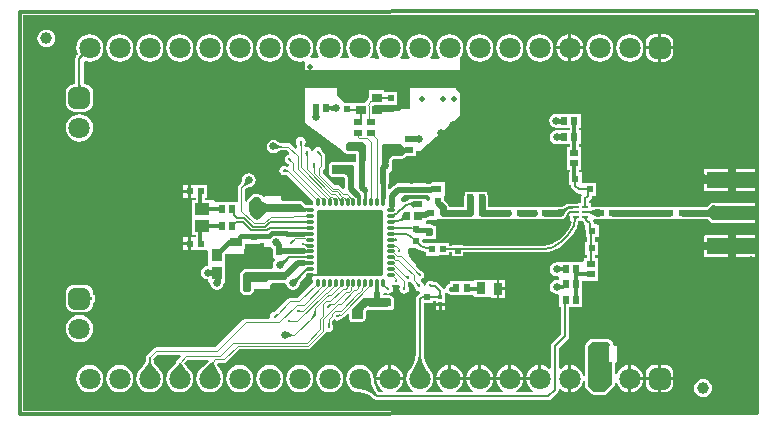
<source format=gtl>
G04*
G04 #@! TF.GenerationSoftware,Altium Limited,Altium Designer,20.2.6 (244)*
G04*
G04 Layer_Physical_Order=1*
G04 Layer_Color=255*
%FSLAX43Y43*%
%MOMM*%
G71*
G04*
G04 #@! TF.SameCoordinates,C144CD18-1887-4FAA-AC2B-496F7D53F270*
G04*
G04*
G04 #@! TF.FilePolarity,Positive*
G04*
G01*
G75*
%ADD12C,0.300*%
%ADD13C,0.200*%
%ADD14C,0.100*%
%ADD15C,0.150*%
%ADD22C,1.500*%
%ADD46C,0.190*%
%ADD47C,0.190*%
%ADD48C,0.400*%
%ADD49C,0.500*%
%ADD50C,0.140*%
%ADD51C,0.097*%
%ADD52C,0.170*%
%ADD53C,0.120*%
%ADD54C,0.166*%
G04:AMPARAMS|DCode=55|XSize=0.6mm|YSize=0.3mm|CornerRadius=0mm|HoleSize=0mm|Usage=FLASHONLY|Rotation=90.000|XOffset=0mm|YOffset=0mm|HoleType=Round|Shape=Octagon|*
%AMOCTAGOND55*
4,1,8,0.075,0.300,-0.075,0.300,-0.150,0.225,-0.150,-0.225,-0.075,-0.300,0.075,-0.300,0.150,-0.225,0.150,0.225,0.075,0.300,0.0*
%
%ADD55OCTAGOND55*%

G04:AMPARAMS|DCode=56|XSize=0.6mm|YSize=0.3mm|CornerRadius=0mm|HoleSize=0mm|Usage=FLASHONLY|Rotation=180.000|XOffset=0mm|YOffset=0mm|HoleType=Round|Shape=Octagon|*
%AMOCTAGOND56*
4,1,8,-0.300,0.075,-0.300,-0.075,-0.225,-0.150,0.225,-0.150,0.300,-0.075,0.300,0.075,0.225,0.150,-0.225,0.150,-0.300,0.075,0.0*
%
%ADD56OCTAGOND56*%

G04:AMPARAMS|DCode=57|XSize=5.6mm|YSize=5.6mm|CornerRadius=0.14mm|HoleSize=0mm|Usage=FLASHONLY|Rotation=180.000|XOffset=0mm|YOffset=0mm|HoleType=Round|Shape=RoundedRectangle|*
%AMROUNDEDRECTD57*
21,1,5.600,5.320,0,0,180.0*
21,1,5.320,5.600,0,0,180.0*
1,1,0.280,-2.660,2.660*
1,1,0.280,2.660,2.660*
1,1,0.280,2.660,-2.660*
1,1,0.280,-2.660,-2.660*
%
%ADD57ROUNDEDRECTD57*%
%ADD58R,0.600X0.225*%
%ADD59R,0.700X0.700*%
%ADD60R,0.550X0.700*%
%ADD61R,0.700X0.550*%
%ADD62R,0.725X1.000*%
%ADD63R,0.850X0.750*%
%ADD64R,1.250X1.000*%
%ADD65R,0.950X1.100*%
%ADD66R,0.600X0.600*%
%ADD67R,0.300X0.425*%
%ADD68R,3.600X1.270*%
%ADD69R,4.200X1.350*%
%ADD70R,0.600X0.600*%
%ADD71R,1.000X0.725*%
%ADD72C,1.000*%
%ADD73C,0.250*%
%ADD74C,0.550*%
%ADD75C,0.600*%
%ADD76C,0.700*%
%ADD77C,0.270*%
%ADD78C,0.350*%
%ADD79C,1.800*%
G04:AMPARAMS|DCode=80|XSize=1.8mm|YSize=1.8mm|CornerRadius=0.45mm|HoleSize=0mm|Usage=FLASHONLY|Rotation=180.000|XOffset=0mm|YOffset=0mm|HoleType=Round|Shape=RoundedRectangle|*
%AMROUNDEDRECTD80*
21,1,1.800,0.900,0,0,180.0*
21,1,0.900,1.800,0,0,180.0*
1,1,0.900,-0.450,0.450*
1,1,0.900,0.450,0.450*
1,1,0.900,0.450,-0.450*
1,1,0.900,-0.450,-0.450*
%
%ADD80ROUNDEDRECTD80*%
G04:AMPARAMS|DCode=81|XSize=1.8mm|YSize=1.8mm|CornerRadius=0.45mm|HoleSize=0mm|Usage=FLASHONLY|Rotation=270.000|XOffset=0mm|YOffset=0mm|HoleType=Round|Shape=RoundedRectangle|*
%AMROUNDEDRECTD81*
21,1,1.800,0.900,0,0,270.0*
21,1,0.900,1.800,0,0,270.0*
1,1,0.900,-0.450,-0.450*
1,1,0.900,-0.450,0.450*
1,1,0.900,0.450,0.450*
1,1,0.900,0.450,-0.450*
%
%ADD81ROUNDEDRECTD81*%
%ADD82C,0.500*%
%ADD83C,0.300*%
%ADD84C,0.650*%
G36*
X32981Y8794D02*
X29827Y8794D01*
X29792Y8937D01*
X29792Y8944D01*
X29795Y9019D01*
X29831Y9108D01*
X29849Y9124D01*
X29909Y9175D01*
X30825D01*
Y9200D01*
X31925D01*
Y10300D01*
X30825D01*
Y10425D01*
X29475D01*
Y9847D01*
X29471Y9699D01*
X29382Y9582D01*
X29344Y9533D01*
X29340Y9533D01*
X29293Y9467D01*
X29189Y9375D01*
X28125D01*
Y9350D01*
X27439D01*
X26793Y9996D01*
Y11656D01*
X32981D01*
Y8794D01*
D02*
G37*
G36*
X26443Y8674D02*
X26434Y8681D01*
X26418Y8687D01*
X26395Y8692D01*
X26365Y8697D01*
X26284Y8704D01*
X26111Y8710D01*
X26040Y8710D01*
X26040Y9060D01*
X26114Y9060D01*
X26430Y9080D01*
X26447Y9085D01*
X26456Y9091D01*
X26443Y8674D01*
D02*
G37*
G36*
X23833Y5940D02*
X23822Y5922D01*
X23813Y5901D01*
X23805Y5877D01*
X23798Y5850D01*
X23792Y5820D01*
X23788Y5788D01*
X23783Y5715D01*
X23782Y5674D01*
X23682D01*
X23681Y5715D01*
X23676Y5788D01*
X23672Y5820D01*
X23666Y5850D01*
X23660Y5877D01*
X23651Y5901D01*
X23642Y5922D01*
X23631Y5940D01*
X23619Y5956D01*
X23845D01*
X23833Y5940D01*
D02*
G37*
G36*
X21687Y5856D02*
X21731Y5824D01*
X21776Y5795D01*
X21822Y5770D01*
X21870Y5748D01*
X21920Y5731D01*
X21971Y5718D01*
X22023Y5708D01*
X22077Y5702D01*
X22133Y5700D01*
Y5600D01*
X22078Y5598D01*
X22024Y5593D01*
X21971Y5583D01*
X21919Y5570D01*
X21869Y5553D01*
X21820Y5532D01*
X21772Y5508D01*
X21726Y5479D01*
X21681Y5447D01*
X21637Y5411D01*
X21646Y5893D01*
X21687Y5856D01*
D02*
G37*
G36*
X25316Y5194D02*
X25326Y5205D01*
X25328Y5185D01*
X25333Y5167D01*
X25440Y5005D01*
X25453Y4990D01*
X25481Y4961D01*
X25410Y4890D01*
X25386Y4914D01*
X25384Y4913D01*
X25122Y5069D01*
X25274Y5258D01*
X25316Y5194D01*
D02*
G37*
G36*
X24327Y5091D02*
X24316Y5073D01*
X24307Y5051D01*
X24299Y5027D01*
X24292Y5000D01*
X24286Y4971D01*
X24282Y4938D01*
X24277Y4865D01*
X24276Y4824D01*
X24176D01*
X24176Y4865D01*
X24170Y4938D01*
X24166Y4971D01*
X24160Y5000D01*
X24154Y5027D01*
X24145Y5051D01*
X24136Y5073D01*
X24125Y5091D01*
X24113Y5107D01*
X24339D01*
X24327Y5091D01*
D02*
G37*
G36*
X29020Y6020D02*
X29225Y5814D01*
X29225Y4675D01*
X28675D01*
X28675Y5184D01*
X28557Y5302D01*
X27670Y5302D01*
X27561Y5411D01*
X27561Y5833D01*
X27753Y6024D01*
X29020Y6020D01*
D02*
G37*
G36*
X22917Y4576D02*
X22926Y4585D01*
X22928Y4565D01*
X22932Y4551D01*
X23030Y4396D01*
X23053Y4370D01*
X23081Y4341D01*
X23010Y4270D01*
X22981Y4299D01*
X22968Y4310D01*
X22782Y4423D01*
X22766Y4426D01*
X22771Y4430D01*
X22713Y4465D01*
X22875Y4643D01*
X22917Y4576D01*
D02*
G37*
G36*
X32287Y5807D02*
Y5733D01*
X32371D01*
X32625Y5479D01*
X32625Y5155D01*
X32345Y4875D01*
X31450Y4875D01*
X31200Y4625D01*
X31200Y4225D01*
X30650D01*
Y5775D01*
X30775Y5900D01*
X32194Y5900D01*
X32287Y5807D01*
D02*
G37*
G36*
X28054Y4096D02*
X28054Y4096D01*
X28054D01*
X28168Y4067D01*
X28179Y4062D01*
X28241Y4000D01*
X28275Y3919D01*
X28275Y2440D01*
X28185Y2350D01*
X27725D01*
X27725Y3050D01*
X27625Y3150D01*
Y3250D01*
X27525D01*
X27475Y3300D01*
X26577Y3300D01*
X26577Y3300D01*
X26531Y3300D01*
X26445Y3335D01*
X26397Y3384D01*
X26371Y3423D01*
X26345Y3486D01*
Y3945D01*
X26345Y3975D01*
X26368Y4031D01*
X26410Y4073D01*
X26465Y4096D01*
X26496Y4096D01*
X28054Y4096D01*
X28054Y4096D01*
D02*
G37*
G36*
X24967Y4089D02*
X24956Y4071D01*
X24947Y4049D01*
X24939Y4025D01*
X24932Y3998D01*
X24926Y3969D01*
X24922Y3936D01*
X24917Y3863D01*
X24916Y3822D01*
X24816D01*
X24816Y3863D01*
X24811Y3936D01*
X24806Y3969D01*
X24801Y3998D01*
X24794Y4025D01*
X24786Y4049D01*
X24776Y4071D01*
X24766Y4089D01*
X24754Y4105D01*
X24979D01*
X24967Y4089D01*
D02*
G37*
G36*
X22452Y3704D02*
Y3719D01*
X22462Y3709D01*
X22474Y3701D01*
X22479Y3698D01*
X22619Y3669D01*
X22622Y3669D01*
X22651Y3668D01*
Y3662D01*
X22654Y3662D01*
X22651Y3644D01*
Y3568D01*
X22640Y3568D01*
X22639Y3566D01*
X22452Y3519D01*
X22452Y3518D01*
Y3518D01*
X22344Y3491D01*
X22317Y3732D01*
X22452Y3704D01*
D02*
G37*
G36*
X19359Y2470D02*
X19300Y2463D01*
X19242Y2451D01*
X19183Y2434D01*
X19125Y2412D01*
X19067Y2384D01*
X19009Y2350D01*
X18951Y2312D01*
X18893Y2268D01*
X18836Y2218D01*
X18778Y2164D01*
X18708Y2234D01*
X18762Y2292D01*
X18812Y2349D01*
X18856Y2407D01*
X18894Y2465D01*
X18928Y2523D01*
X18955Y2581D01*
X18978Y2639D01*
X18995Y2698D01*
X19007Y2756D01*
X19013Y2815D01*
X19359Y2470D01*
D02*
G37*
G36*
X34528Y1516D02*
X34680Y1365D01*
X34680Y1107D01*
X34478Y1059D01*
X34296Y1194D01*
X32896Y1194D01*
X32782Y1055D01*
X32398Y973D01*
X32200Y1073D01*
X32200Y1278D01*
X32438Y1516D01*
X34528Y1516D01*
D02*
G37*
G36*
X27249Y1158D02*
X27073Y996D01*
X26923Y1288D01*
X27006Y1338D01*
X27249Y1158D01*
D02*
G37*
G36*
X25762Y1143D02*
X25585Y980D01*
X25435Y1272D01*
X25518Y1322D01*
X25762Y1143D01*
D02*
G37*
G36*
X27763Y1155D02*
X27601Y977D01*
X27426Y1255D01*
X27490Y1314D01*
X27763Y1155D01*
D02*
G37*
G36*
X26768Y1138D02*
X26592Y975D01*
X26442Y1267D01*
X26524Y1317D01*
X26768Y1138D01*
D02*
G37*
G36*
X28292Y1114D02*
X28130Y936D01*
X27955Y1214D01*
X28033Y1271D01*
X28292Y1114D01*
D02*
G37*
G36*
X62264Y3775D02*
X60620D01*
Y2850D01*
Y1925D01*
X62264D01*
Y850D01*
X58781D01*
X58768Y853D01*
X58637D01*
X58624Y850D01*
X58480D01*
Y784D01*
X58109Y514D01*
X57815D01*
Y515D01*
X56835D01*
Y514D01*
X56545D01*
Y515D01*
X55635D01*
X55525Y515D01*
X55415Y515D01*
X54505D01*
Y514D01*
X51840D01*
Y515D01*
X50860D01*
Y514D01*
X50590D01*
Y515D01*
X49091D01*
X49073Y519D01*
X48770D01*
X48620Y529D01*
X48620Y529D01*
X48350D01*
Y863D01*
X48157D01*
Y1063D01*
X48236Y1116D01*
X48322Y1202D01*
X48399Y1318D01*
X48427Y1454D01*
Y1481D01*
X48742D01*
Y2581D01*
X47642D01*
X47525Y2660D01*
Y3476D01*
X47308D01*
Y3701D01*
X47500D01*
Y4601D01*
Y5651D01*
X47310D01*
Y5826D01*
X47429D01*
Y7026D01*
X47312D01*
Y7226D01*
X47429D01*
Y8426D01*
X45479D01*
X45479Y8426D01*
X45367Y8421D01*
X45334Y8415D01*
X45142Y8377D01*
X44952Y8250D01*
X44825Y8059D01*
X44781Y7835D01*
X44825Y7611D01*
X44952Y7420D01*
X45142Y7293D01*
X45340Y7254D01*
X45479Y7226D01*
X45479Y7226D01*
X45620Y7226D01*
X46496D01*
Y7026D01*
X45479D01*
Y7026D01*
X45405Y7034D01*
X45332Y7019D01*
X45180Y6989D01*
X44990Y6862D01*
X44863Y6672D01*
X44819Y6448D01*
X44863Y6223D01*
X44990Y6033D01*
X45180Y5906D01*
X45345Y5873D01*
X45479Y5826D01*
X45479Y5826D01*
X45479Y5826D01*
X46494D01*
Y5651D01*
X46300D01*
Y4601D01*
Y3701D01*
X46492D01*
Y3476D01*
X46425D01*
Y2376D01*
X46593D01*
Y2346D01*
X46620Y2209D01*
X46698Y2094D01*
X47013Y1778D01*
X47129Y1701D01*
X47265Y1674D01*
X47481D01*
X47541Y1543D01*
X47545Y1524D01*
X47470Y1413D01*
X47443Y1276D01*
Y863D01*
X47250D01*
Y803D01*
X46783D01*
X46776Y804D01*
X46775Y804D01*
X46775Y804D01*
X46444Y803D01*
X46444Y803D01*
X46407Y802D01*
X46390Y799D01*
X46373Y799D01*
X46299Y786D01*
X46284Y780D01*
X46267Y777D01*
X46197Y751D01*
X46182Y742D01*
X46166Y736D01*
X46102Y699D01*
X46089Y687D01*
X46074Y679D01*
X46046Y655D01*
X46042Y650D01*
X46037Y647D01*
X46008Y619D01*
X45947Y575D01*
X45883Y544D01*
X45811Y523D01*
X45785Y519D01*
X45532D01*
X45511Y515D01*
X45095D01*
X45010Y515D01*
X45010Y515D01*
X44945D01*
Y515D01*
X44860Y515D01*
X43015D01*
Y514D01*
X42827D01*
Y515D01*
X41847D01*
Y515D01*
X41767D01*
Y515D01*
X39809D01*
Y514D01*
X39605D01*
Y1335D01*
X39568Y1523D01*
X39546Y1555D01*
Y1835D01*
X37616D01*
Y1550D01*
X37604Y1532D01*
X37567Y1345D01*
X37567Y1342D01*
Y633D01*
X37490Y515D01*
X36510D01*
Y509D01*
X36268D01*
Y521D01*
X36230Y708D01*
X36124Y867D01*
X35878Y1112D01*
Y1505D01*
X35938Y1525D01*
Y2625D01*
X34838D01*
Y2550D01*
X34692Y2521D01*
X34601Y2460D01*
X34373D01*
Y2525D01*
X33273D01*
Y2460D01*
X32973D01*
Y2525D01*
X31873D01*
Y2444D01*
X31758Y2421D01*
X31593Y2310D01*
X31298Y2015D01*
X31159Y2073D01*
Y2398D01*
X31165Y2407D01*
X31204Y2602D01*
X31204Y3400D01*
X31340Y3550D01*
X31450D01*
Y4200D01*
X31455Y4225D01*
X31455Y4519D01*
X31556Y4620D01*
X32345Y4620D01*
X32443Y4640D01*
X32525Y4695D01*
X32664Y4833D01*
X33487D01*
Y5233D01*
X33793D01*
X37223Y8230D01*
X37223Y13086D01*
X37223Y13086D01*
X37223D01*
X37214Y13236D01*
X37355Y13420D01*
X37470Y13700D01*
X37510Y14000D01*
X37470Y14300D01*
X37355Y14580D01*
X37170Y14820D01*
X36930Y15005D01*
X36650Y15120D01*
X36350Y15160D01*
X36050Y15120D01*
X35770Y15005D01*
X35530Y14820D01*
X35345Y14580D01*
X35230Y14300D01*
X35190Y14000D01*
X35230Y13700D01*
X35345Y13420D01*
X35486Y13236D01*
X35414Y13086D01*
X34746D01*
X34674Y13236D01*
X34815Y13420D01*
X34930Y13700D01*
X34970Y14000D01*
X34930Y14300D01*
X34815Y14580D01*
X34630Y14820D01*
X34390Y15005D01*
X34110Y15120D01*
X33810Y15160D01*
X33510Y15120D01*
X33230Y15005D01*
X32990Y14820D01*
X32805Y14580D01*
X32690Y14300D01*
X32650Y14000D01*
X32690Y13700D01*
X32805Y13420D01*
X32946Y13237D01*
X32873Y13087D01*
X32211Y13091D01*
X32138Y13242D01*
X32275Y13420D01*
X32390Y13700D01*
X32430Y14000D01*
X32390Y14300D01*
X32275Y14580D01*
X32090Y14820D01*
X31850Y15005D01*
X31570Y15120D01*
X31270Y15160D01*
X30970Y15120D01*
X30690Y15005D01*
X30450Y14820D01*
X30265Y14580D01*
X30150Y14300D01*
X30110Y14000D01*
X30150Y13700D01*
X30265Y13420D01*
X30394Y13252D01*
X30320Y13103D01*
X29683Y13107D01*
X29610Y13257D01*
X29735Y13420D01*
X29850Y13700D01*
X29890Y14000D01*
X29850Y14300D01*
X29735Y14580D01*
X29550Y14820D01*
X29310Y15005D01*
X29030Y15120D01*
X28730Y15160D01*
X28430Y15120D01*
X28150Y15005D01*
X27910Y14820D01*
X27725Y14580D01*
X27610Y14300D01*
X27570Y14000D01*
X27610Y13700D01*
X27725Y13420D01*
X27842Y13268D01*
X27768Y13119D01*
X27155Y13123D01*
X27082Y13273D01*
X27195Y13420D01*
X27310Y13700D01*
X27350Y14000D01*
X27310Y14300D01*
X27195Y14580D01*
X27010Y14820D01*
X26770Y15005D01*
X26490Y15120D01*
X26190Y15160D01*
X25890Y15120D01*
X25610Y15005D01*
X25370Y14820D01*
X25185Y14580D01*
X25070Y14300D01*
X25030Y14000D01*
X25070Y13700D01*
X25185Y13420D01*
X25290Y13284D01*
X25215Y13135D01*
X24627Y13138D01*
X24554Y13289D01*
X24655Y13420D01*
X24770Y13700D01*
X24810Y14000D01*
X24770Y14300D01*
X24655Y14580D01*
X24470Y14820D01*
X24230Y15005D01*
X23950Y15120D01*
X23650Y15160D01*
X23350Y15120D01*
X23070Y15005D01*
X22830Y14820D01*
X22645Y14580D01*
X22530Y14300D01*
X22490Y14000D01*
X22530Y13700D01*
X22645Y13420D01*
X22830Y13180D01*
X23070Y12995D01*
X23350Y12880D01*
X23650Y12840D01*
X23950Y12880D01*
X23977Y12891D01*
X24102Y12808D01*
X24102Y7638D01*
X27292Y5311D01*
X27292Y5311D01*
X27400Y5211D01*
X27489Y5122D01*
X27572Y5066D01*
X27670Y5047D01*
X28420Y5047D01*
X28420Y4727D01*
X28415Y4700D01*
Y4386D01*
X28391Y4353D01*
X28381Y4344D01*
X28266Y4302D01*
X28248Y4306D01*
X28231Y4314D01*
X28117Y4343D01*
X28085Y4345D01*
X28054Y4351D01*
X26496Y4351D01*
X26466Y4351D01*
X26368Y4331D01*
X26312Y4308D01*
X26312Y4308D01*
X26312D01*
X26281Y4288D01*
X26230Y4253D01*
X26230Y4253D01*
X26230Y4253D01*
X26187Y4211D01*
X26187Y4211D01*
X26158Y4166D01*
X26132Y4128D01*
X26132Y4128D01*
X26109Y4073D01*
X26090Y3975D01*
X26090Y3945D01*
Y3486D01*
X26109Y3388D01*
X26109Y3388D01*
X26109Y3388D01*
X26135Y3325D01*
X26149Y3304D01*
X26159Y3281D01*
X26185Y3242D01*
X26203Y3224D01*
X26216Y3204D01*
X26265Y3155D01*
X26348Y3100D01*
X26433Y3064D01*
X26531Y3045D01*
X26577Y3045D01*
X26577Y3045D01*
X27382Y3045D01*
X27405Y3030D01*
X27445Y2970D01*
X27470Y2944D01*
X27470Y2350D01*
X27475Y2325D01*
Y2150D01*
X27475Y2150D01*
X27464Y2112D01*
X27295Y2068D01*
X27077Y2286D01*
X26978Y2353D01*
X26861Y2376D01*
X26861Y2376D01*
X26629D01*
X25611Y3393D01*
Y3694D01*
X25684Y3766D01*
X25684Y3766D01*
X25750Y3866D01*
X25773Y3983D01*
Y4904D01*
X25750Y5021D01*
X25684Y5120D01*
X25641Y5162D01*
X25568Y5274D01*
X25553Y5351D01*
X25465Y5483D01*
X25332Y5572D01*
X25176Y5603D01*
X25020Y5572D01*
X24888Y5483D01*
X24799Y5351D01*
X24779Y5247D01*
X24626D01*
X24603Y5362D01*
X24515Y5494D01*
X24382Y5582D01*
X24226Y5614D01*
X24188Y5606D01*
X24058Y5697D01*
X24039Y5729D01*
X24041Y5762D01*
X24044Y5779D01*
X24047Y5794D01*
X24049Y5804D01*
X24050Y5807D01*
X24050Y5808D01*
X24054Y5813D01*
X24055Y5816D01*
X24058Y5823D01*
X24109Y5899D01*
X24140Y6055D01*
X24109Y6211D01*
X24020Y6344D01*
X23888Y6432D01*
X23732Y6463D01*
X23576Y6432D01*
X23444Y6344D01*
X23355Y6211D01*
X23324Y6055D01*
X23355Y5899D01*
X23406Y5823D01*
X23409Y5816D01*
X23411Y5813D01*
X23414Y5808D01*
X23414Y5807D01*
X23415Y5804D01*
X23418Y5794D01*
X23420Y5779D01*
X23423Y5762D01*
X23426Y5711D01*
Y5533D01*
X23288Y5476D01*
X22912Y5852D01*
X22813Y5918D01*
X22696Y5941D01*
X22696Y5941D01*
X22208D01*
X22159Y5951D01*
X22142Y5955D01*
X22138Y5955D01*
X22133Y5956D01*
X22133Y5956D01*
X22109D01*
X22095Y5957D01*
X22060Y5960D01*
X22026Y5967D01*
X21994Y5975D01*
X21964Y5986D01*
X21934Y5999D01*
X21905Y6014D01*
X21877Y6033D01*
X21849Y6054D01*
X21837Y6071D01*
X21647Y6198D01*
X21423Y6242D01*
X21199Y6198D01*
X21008Y6071D01*
X20881Y5880D01*
X20837Y5656D01*
X20881Y5432D01*
X21008Y5242D01*
X21199Y5114D01*
X21423Y5070D01*
X21647Y5114D01*
X21789Y5209D01*
X21798Y5214D01*
X21806Y5221D01*
X21837Y5242D01*
X21843Y5250D01*
X21866Y5266D01*
X21897Y5285D01*
X21928Y5301D01*
X21960Y5315D01*
X21992Y5325D01*
X22025Y5334D01*
X22059Y5340D01*
X22082Y5343D01*
X22148Y5329D01*
X22148Y5329D01*
X22569D01*
X22773Y5125D01*
X22715Y4971D01*
X22620Y4952D01*
X22488Y4864D01*
X22399Y4731D01*
X22368Y4575D01*
X22399Y4419D01*
X22488Y4287D01*
X22620Y4198D01*
X22681Y4186D01*
X22715Y4166D01*
X22722Y4045D01*
X22713Y4030D01*
X22596Y3934D01*
X22584Y3937D01*
X22496Y3995D01*
X22340Y4026D01*
X22184Y3995D01*
X22052Y3907D01*
X21964Y3775D01*
X21933Y3618D01*
X21964Y3462D01*
X22052Y3330D01*
X22184Y3242D01*
X22340Y3211D01*
X22496Y3242D01*
X22556Y3281D01*
X24800Y1037D01*
Y669D01*
X24494D01*
X24433Y710D01*
X24433Y710D01*
X24433Y711D01*
X24376Y722D01*
X24335Y730D01*
X24335Y730D01*
X24335Y730D01*
X24161Y730D01*
X23936Y955D01*
X23853Y1011D01*
X23801Y1021D01*
Y1025D01*
X23755Y1030D01*
X23653Y1030D01*
X22309Y1030D01*
X22280Y1049D01*
X22182Y1069D01*
X22100Y1181D01*
Y1475D01*
X20700D01*
Y1419D01*
X20554Y1373D01*
X20539Y1399D01*
X20517Y1425D01*
X20499Y1453D01*
X20457Y1496D01*
X20429Y1515D01*
X20404Y1538D01*
X20380Y1552D01*
X20348Y1563D01*
X20319Y1578D01*
X20203Y1610D01*
X20169Y1612D01*
X20136Y1619D01*
X20018Y1619D01*
X20018Y1619D01*
X20018Y1619D01*
X19844Y1619D01*
X19828Y1616D01*
X19812Y1617D01*
X19780Y1606D01*
X19746Y1599D01*
X19733Y1591D01*
X19718Y1586D01*
X19596Y1516D01*
X19570Y1494D01*
X19541Y1475D01*
X19344Y1276D01*
X19325Y1248D01*
X19302Y1221D01*
X19165Y977D01*
X19165Y977D01*
X19015Y1001D01*
Y2036D01*
X19054Y2069D01*
X19099Y2104D01*
X19143Y2134D01*
X19186Y2158D01*
X19226Y2177D01*
X19265Y2193D01*
X19303Y2204D01*
X19330Y2209D01*
X19338Y2208D01*
X19374Y2215D01*
X19387Y2216D01*
X19396Y2219D01*
X19562Y2252D01*
X19752Y2379D01*
X19879Y2569D01*
X19924Y2794D01*
X19879Y3018D01*
X19752Y3208D01*
X19562Y3335D01*
X19338Y3380D01*
X19113Y3335D01*
X18923Y3208D01*
X18796Y3018D01*
X18763Y2852D01*
X18760Y2843D01*
X18759Y2830D01*
X18752Y2794D01*
X18753Y2786D01*
X18748Y2759D01*
X18736Y2721D01*
X18721Y2682D01*
X18702Y2642D01*
X18678Y2599D01*
X18648Y2555D01*
X18613Y2510D01*
X18573Y2463D01*
X18553Y2442D01*
X18492Y2381D01*
X18426Y2282D01*
X18403Y2165D01*
X18403Y2165D01*
Y962D01*
X16532D01*
X16467Y1022D01*
X16304Y1098D01*
X16243Y1106D01*
Y1136D01*
X15656D01*
Y1312D01*
X15823D01*
Y2412D01*
X14448D01*
Y1862D01*
Y1312D01*
X14840D01*
Y1136D01*
X14493D01*
Y-364D01*
X14493D01*
X14493Y-364D01*
Y-1864D01*
X14840D01*
Y-2039D01*
X14448D01*
Y-2589D01*
Y-3139D01*
X15823D01*
X15899Y-3258D01*
Y-4236D01*
X15899D01*
Y-4406D01*
X15866Y-4433D01*
X15642Y-4477D01*
X15452Y-4605D01*
X15325Y-4795D01*
X15280Y-5019D01*
X15325Y-5243D01*
X15452Y-5434D01*
X15642Y-5561D01*
X15866Y-5605D01*
X15899Y-5632D01*
Y-5836D01*
X16001D01*
X16058Y-5905D01*
X16102Y-6129D01*
X16229Y-6320D01*
X16420Y-6447D01*
X16644Y-6491D01*
X16868Y-6447D01*
X17059Y-6320D01*
X17186Y-6129D01*
X17230Y-5905D01*
X17287Y-5836D01*
X17348D01*
Y-4336D01*
X17349D01*
Y-3457D01*
X17399Y-3420D01*
X17549Y-3439D01*
Y-3439D01*
X18949Y-3439D01*
X18949Y-3039D01*
X18999D01*
Y-2630D01*
X19377D01*
X19377Y-2563D01*
X20299D01*
Y-2535D01*
X20626Y-2535D01*
X20629Y-2897D01*
X21238Y-2897D01*
X21364Y-3011D01*
Y-3216D01*
X21374Y-3266D01*
Y-3791D01*
X21507D01*
X21552Y-3941D01*
X21526Y-3959D01*
X21398Y-4149D01*
X21354Y-4374D01*
X21389Y-4548D01*
X21299Y-4698D01*
X19039Y-4698D01*
X19032Y-4699D01*
X19024Y-4698D01*
X18983Y-4709D01*
X18942Y-4717D01*
X18935Y-4722D01*
X18928Y-4723D01*
X18894Y-4749D01*
X18859Y-4772D01*
X18855Y-4779D01*
X18849Y-4784D01*
X18668Y-4987D01*
X18647Y-5023D01*
X18624Y-5058D01*
X18622Y-5066D01*
X18618Y-5073D01*
X18613Y-5115D01*
X18604Y-5156D01*
X18604Y-6503D01*
X18624Y-6601D01*
X18679Y-6683D01*
X18873Y-6878D01*
X18956Y-6933D01*
X18956Y-6933D01*
X18956Y-6933D01*
X19054Y-6952D01*
X19351Y-6952D01*
X19448Y-6933D01*
X19531Y-6878D01*
X19709Y-6699D01*
X19765Y-6617D01*
X19784Y-6519D01*
Y-6434D01*
X21111Y-6434D01*
Y-6171D01*
X21161Y-6034D01*
X21281Y-5943D01*
X22414Y-5943D01*
X22414Y-5943D01*
X22415Y-5943D01*
X22531Y-6055D01*
X22544Y-6125D01*
X22672Y-6315D01*
X22862Y-6442D01*
X23086Y-6487D01*
X23310Y-6442D01*
X23501Y-6315D01*
X23628Y-6125D01*
X23659Y-5966D01*
X23663Y-5955D01*
X23666Y-5932D01*
X23669Y-5918D01*
X23672Y-5907D01*
X23681Y-5881D01*
X23696Y-5850D01*
X23718Y-5813D01*
X23745Y-5771D01*
X23778Y-5727D01*
X23865Y-5627D01*
X24026Y-5466D01*
X24191Y-5631D01*
X24416D01*
Y-5231D01*
X24666D01*
Y-5631D01*
X24793D01*
Y-5845D01*
X23481Y-7157D01*
X22831D01*
X22831Y-7157D01*
X22714Y-7181D01*
X22615Y-7247D01*
X22615Y-7247D01*
X21553Y-8309D01*
X21514Y-8343D01*
X21500Y-8353D01*
X21488Y-8362D01*
X21479Y-8367D01*
X21476Y-8368D01*
X21476Y-8368D01*
X21470Y-8370D01*
X21466Y-8372D01*
X21460Y-8374D01*
X21370Y-8392D01*
X21237Y-8480D01*
X21149Y-8613D01*
X21118Y-8769D01*
X21123Y-8795D01*
X21028Y-8911D01*
X19084D01*
X18967Y-8935D01*
X18867Y-9001D01*
X18867Y-9001D01*
X16518Y-11350D01*
X11494D01*
X11377Y-11373D01*
X11278Y-11440D01*
X11278Y-11440D01*
X10734Y-11984D01*
X10667Y-12083D01*
X10650Y-12171D01*
X10645Y-12190D01*
X10645Y-12195D01*
X10644Y-12200D01*
X10644Y-12200D01*
Y-12221D01*
X10641Y-12315D01*
X10628Y-12423D01*
X10607Y-12524D01*
X10578Y-12620D01*
X10541Y-12710D01*
X10540Y-12710D01*
X10269Y-13063D01*
X10220Y-13105D01*
X10215Y-13112D01*
X10207Y-13117D01*
X10203Y-13124D01*
X10130Y-13180D01*
X9945Y-13420D01*
X9830Y-13700D01*
X9790Y-14000D01*
X9830Y-14300D01*
X9945Y-14580D01*
X10130Y-14820D01*
X10370Y-15005D01*
X10650Y-15120D01*
X10950Y-15160D01*
X11250Y-15120D01*
X11530Y-15005D01*
X11770Y-14820D01*
X11955Y-14580D01*
X12070Y-14300D01*
X12110Y-14000D01*
X12070Y-13700D01*
X11955Y-13420D01*
X11770Y-13180D01*
X11697Y-13124D01*
X11693Y-13117D01*
X11685Y-13112D01*
X11680Y-13105D01*
X11657Y-13086D01*
X11347Y-12681D01*
X11322Y-12620D01*
X11293Y-12524D01*
X11272Y-12423D01*
X11260Y-12322D01*
X11621Y-11962D01*
X13535D01*
X13592Y-12100D01*
X13274Y-12419D01*
X13207Y-12518D01*
X13188Y-12615D01*
X13185Y-12628D01*
X13185Y-12630D01*
X13184Y-12635D01*
X13184Y-12635D01*
Y-12651D01*
X12765Y-13107D01*
X12670Y-13180D01*
X12485Y-13420D01*
X12370Y-13700D01*
X12330Y-14000D01*
X12370Y-14300D01*
X12485Y-14580D01*
X12670Y-14820D01*
X12910Y-15005D01*
X13190Y-15120D01*
X13490Y-15160D01*
X13790Y-15120D01*
X14070Y-15005D01*
X14310Y-14820D01*
X14495Y-14580D01*
X14610Y-14300D01*
X14650Y-14000D01*
X14610Y-13700D01*
X14495Y-13420D01*
X14310Y-13180D01*
X14130Y-13042D01*
X13891Y-12666D01*
X14177Y-12381D01*
X15877D01*
X15902Y-12408D01*
X15939Y-12559D01*
X15469Y-12988D01*
X15450Y-12995D01*
X15210Y-13180D01*
X15025Y-13420D01*
X14910Y-13700D01*
X14870Y-14000D01*
X14910Y-14300D01*
X15025Y-14580D01*
X15210Y-14820D01*
X15450Y-15005D01*
X15730Y-15120D01*
X16030Y-15160D01*
X16330Y-15120D01*
X16610Y-15005D01*
X16850Y-14820D01*
X17035Y-14580D01*
X17150Y-14300D01*
X17190Y-14000D01*
X17150Y-13700D01*
X17035Y-13420D01*
X16883Y-13222D01*
X16679Y-12831D01*
X16771Y-12681D01*
X17225D01*
X17225Y-12681D01*
X17342Y-12658D01*
X17441Y-12591D01*
X18527Y-11506D01*
X24336D01*
X24336Y-11506D01*
X24454Y-11483D01*
X24553Y-11416D01*
X25807Y-10162D01*
X25807Y-10162D01*
X25828Y-10131D01*
X25937Y-10023D01*
X26093Y-10054D01*
X26249Y-10023D01*
X26381Y-9935D01*
X26470Y-9802D01*
X26501Y-9646D01*
X26470Y-9490D01*
X26419Y-9414D01*
X26416Y-9408D01*
X26415Y-9404D01*
X26411Y-9399D01*
X26411Y-9398D01*
X26410Y-9395D01*
X26408Y-9386D01*
X26405Y-9371D01*
X26402Y-9353D01*
X26399Y-9302D01*
Y-9117D01*
X26541Y-8976D01*
X26551Y-8976D01*
X26683Y-9065D01*
X26839Y-9096D01*
X26995Y-9065D01*
X27127Y-8976D01*
X27190Y-8883D01*
X27206Y-8871D01*
X27269Y-8858D01*
X27368Y-8792D01*
X27657Y-8504D01*
X27795Y-8561D01*
Y-8880D01*
X27815Y-8977D01*
X27870Y-9060D01*
X27942Y-9132D01*
X28025Y-9187D01*
X28122Y-9207D01*
X28895Y-9207D01*
X28945Y-9197D01*
X28992Y-9187D01*
X28993Y-9187D01*
X28993Y-9187D01*
X29034Y-9160D01*
X29075Y-9132D01*
X29178Y-9030D01*
X29206Y-8988D01*
X29233Y-8948D01*
X29233Y-8947D01*
X29233Y-8947D01*
X29243Y-8900D01*
X29253Y-8850D01*
X29255Y-8304D01*
X29285Y-8258D01*
X29287Y-8252D01*
X29293Y-8250D01*
X29376Y-8195D01*
X29406Y-8165D01*
X29525D01*
X29575Y-8175D01*
X29625Y-8165D01*
X30150D01*
Y-8150D01*
X30450D01*
Y-8165D01*
X30975D01*
X31025Y-8175D01*
X31076Y-8165D01*
X31550D01*
Y-8068D01*
X31554Y-8066D01*
X31609Y-7983D01*
X31629Y-7885D01*
X31629Y-7291D01*
X31609Y-7194D01*
X31554Y-7111D01*
X31550Y-7107D01*
Y-7065D01*
X31508D01*
X31464Y-7021D01*
X31381Y-6966D01*
X31284Y-6947D01*
X30816Y-6947D01*
X30740Y-6870D01*
X30735Y-6827D01*
X30745Y-6764D01*
X30896Y-6704D01*
X30984Y-6763D01*
X31140Y-6794D01*
X31296Y-6763D01*
X31428Y-6675D01*
X31516Y-6542D01*
X31548Y-6386D01*
X31516Y-6230D01*
X31451Y-6132D01*
X31559Y-6024D01*
X31647Y-6082D01*
X31803Y-6114D01*
X31959Y-6082D01*
X31971Y-6074D01*
X32129Y-6148D01*
X32141Y-6220D01*
X32125Y-6244D01*
X32094Y-6400D01*
X32125Y-6556D01*
X32213Y-6689D01*
X32346Y-6777D01*
X32502Y-6808D01*
X32658Y-6777D01*
X32790Y-6689D01*
X32878Y-6556D01*
X32909Y-6400D01*
X32878Y-6244D01*
X32827Y-6168D01*
X32824Y-6161D01*
X32823Y-6158D01*
X32820Y-6153D01*
X32820Y-6152D01*
X32819Y-6149D01*
X32816Y-6139D01*
X32813Y-6125D01*
X32811Y-6107D01*
X32807Y-6056D01*
Y-5892D01*
X32848Y-5858D01*
X33005Y-5827D01*
X33009Y-5824D01*
X33082Y-5838D01*
X33336Y-6092D01*
X33345Y-6104D01*
X33354Y-6115D01*
X33360Y-6125D01*
X33363Y-6132D01*
X33365Y-6137D01*
X33366Y-6140D01*
X33366Y-6141D01*
X33366Y-6142D01*
X33366Y-6156D01*
X33366Y-6157D01*
X33362Y-6175D01*
X33393Y-6331D01*
X33482Y-6464D01*
X33614Y-6552D01*
X33770Y-6583D01*
X33841Y-6642D01*
X33837Y-6755D01*
X33832Y-6795D01*
X33728Y-6864D01*
X33576Y-7017D01*
X33504Y-7124D01*
X33479Y-7251D01*
Y-11710D01*
X33474Y-11856D01*
X33458Y-12041D01*
X33430Y-12217D01*
X33392Y-12385D01*
X33344Y-12545D01*
X33285Y-12698D01*
X33215Y-12843D01*
X33135Y-12981D01*
X33044Y-13112D01*
X32936Y-13245D01*
X32929Y-13260D01*
X32805Y-13420D01*
X32690Y-13700D01*
X32650Y-14000D01*
X32690Y-14300D01*
X32805Y-14580D01*
X32990Y-14820D01*
X33230Y-15005D01*
X33264Y-15019D01*
X33234Y-15169D01*
X31846D01*
X31816Y-15019D01*
X31850Y-15005D01*
X32090Y-14820D01*
X32275Y-14580D01*
X32390Y-14300D01*
X32413Y-14125D01*
X31270D01*
X30127D01*
X30150Y-14300D01*
X30265Y-14580D01*
X30450Y-14820D01*
X30690Y-15005D01*
X30724Y-15019D01*
X30694Y-15169D01*
X30373D01*
X30369Y-15164D01*
X30282Y-15055D01*
X30204Y-14938D01*
X30134Y-14814D01*
X30071Y-14681D01*
X30016Y-14540D01*
X29970Y-14391D01*
X29931Y-14233D01*
X29901Y-14066D01*
X29879Y-13883D01*
X29872Y-13861D01*
X29850Y-13700D01*
X29735Y-13420D01*
X29550Y-13180D01*
X29310Y-12995D01*
X29030Y-12880D01*
X28730Y-12840D01*
X28430Y-12880D01*
X28150Y-12995D01*
X27910Y-13180D01*
X27725Y-13420D01*
X27610Y-13700D01*
X27570Y-14000D01*
X27610Y-14300D01*
X27725Y-14580D01*
X27910Y-14820D01*
X28150Y-15005D01*
X28430Y-15120D01*
X28591Y-15142D01*
X28613Y-15149D01*
X28796Y-15171D01*
X28963Y-15201D01*
X29121Y-15240D01*
X29270Y-15286D01*
X29411Y-15341D01*
X29544Y-15404D01*
X29668Y-15474D01*
X29785Y-15552D01*
X29894Y-15639D01*
X29972Y-15711D01*
X29996Y-15734D01*
X30002Y-15739D01*
X30004Y-15740D01*
X30011Y-15744D01*
X30103Y-15806D01*
X30230Y-15831D01*
X44700D01*
X44827Y-15806D01*
X44934Y-15734D01*
X45484Y-15184D01*
X45556Y-15077D01*
X45581Y-14950D01*
Y-14910D01*
X45731Y-14852D01*
X45930Y-15005D01*
X46210Y-15120D01*
X46385Y-15143D01*
Y-14000D01*
Y-12857D01*
X46210Y-12880D01*
X45930Y-12995D01*
X45731Y-13148D01*
X45581Y-13090D01*
Y-11387D01*
X46336Y-10632D01*
X46408Y-10525D01*
X46433Y-10398D01*
Y-7948D01*
X47578D01*
Y-6748D01*
X47578D01*
Y-6599D01*
X47578D01*
Y-5758D01*
X47703Y-5698D01*
X48903D01*
Y-4798D01*
X48903D01*
Y-3748D01*
X48654D01*
Y-3523D01*
X48922D01*
Y-2423D01*
X48654D01*
Y-2050D01*
X48976D01*
Y-950D01*
X48553D01*
Y-850D01*
X48526Y-714D01*
X48465Y-624D01*
X48485Y-560D01*
X48600Y-475D01*
X48600Y-475D01*
X48717Y-467D01*
X48799Y-470D01*
X49073D01*
X49098Y-465D01*
X50590D01*
Y-464D01*
X50860D01*
Y-465D01*
X51840D01*
Y-464D01*
X54505D01*
Y-465D01*
X55415D01*
X55525Y-465D01*
X55635Y-465D01*
X56545D01*
Y-464D01*
X56835D01*
Y-465D01*
X57815D01*
Y-464D01*
X58112D01*
X58480Y-749D01*
Y-800D01*
X58599D01*
X58617Y-804D01*
X58768D01*
X58786Y-800D01*
X62264D01*
Y-1875D01*
X60620D01*
Y-2800D01*
Y-3725D01*
X62264D01*
Y-16725D01*
X243D01*
X243Y16807D01*
X62264D01*
Y3775D01*
D02*
G37*
G36*
X33360Y483D02*
X33345D01*
X32980Y671D01*
Y855D01*
X33345Y1033D01*
X33360D01*
Y483D01*
D02*
G37*
G36*
X46776Y388D02*
X46697Y388D01*
X46628Y392D01*
X46492Y374D01*
X46366Y322D01*
X46255Y241D01*
X46209Y191D01*
Y191D01*
X46012Y-152D01*
X45990Y-182D01*
X45933Y-228D01*
X45866Y-260D01*
X45794Y-275D01*
X45757Y-274D01*
X45757Y-274D01*
X45532Y-274D01*
Y325D01*
X45799D01*
X45851Y333D01*
X45953Y362D01*
X46048Y408D01*
X46133Y471D01*
X46171Y507D01*
X46171Y507D01*
X46200Y532D01*
X46264Y569D01*
X46334Y595D01*
X46407Y609D01*
X46445Y609D01*
X46445Y609D01*
X46776Y610D01*
Y388D01*
D02*
G37*
G36*
X49073Y-276D02*
X48799D01*
X48130Y-9D01*
X48062Y-12D01*
Y208D01*
X48200Y209D01*
X48716Y325D01*
X49073D01*
Y-276D01*
D02*
G37*
G36*
X20136Y1364D02*
X20136D01*
X20251Y1332D01*
X20275Y1318D01*
X20317Y1275D01*
X20331Y1249D01*
X20403Y1121D01*
X20403Y1121D01*
X20446Y1054D01*
X20557Y941D01*
X20694Y861D01*
X20847Y819D01*
X20927Y814D01*
X22182Y814D01*
X22221Y775D01*
Y775D01*
X23755Y775D01*
X24056Y475D01*
X24335Y475D01*
X24514Y296D01*
X24464Y173D01*
X24460Y169D01*
X24191D01*
X24122Y100D01*
X20981Y100D01*
X20981Y100D01*
X20901Y95D01*
X20748Y53D01*
X20611Y-27D01*
X20500Y-141D01*
X20457Y-207D01*
X20385Y-335D01*
X20385Y-335D01*
X20371Y-361D01*
X20329Y-404D01*
X20277Y-434D01*
X20220Y-450D01*
X20190Y-450D01*
X19898Y-450D01*
Y-450D01*
X19898Y-450D01*
X19772Y-388D01*
X19565Y-204D01*
X19563Y-202D01*
X19411Y33D01*
X19328Y301D01*
X19320Y581D01*
X19387Y852D01*
X19524Y1096D01*
X19722Y1295D01*
X19844Y1364D01*
X20018Y1364D01*
X20136Y1364D01*
D02*
G37*
G36*
X46450Y-80D02*
Y-262D01*
X46510D01*
Y-603D01*
X46573D01*
X46674Y-752D01*
X46594Y-1017D01*
X46421Y-1341D01*
X46188Y-1624D01*
X46187Y-1624D01*
X46187D01*
X46181Y-1633D01*
X46090Y-1735D01*
X45603Y-2222D01*
X45559Y-2251D01*
Y-2251D01*
X45559Y-2252D01*
X45297Y-2468D01*
X44996Y-2628D01*
X44670Y-2727D01*
X44332Y-2761D01*
X44331Y-2760D01*
Y-2760D01*
X44280Y-2770D01*
X37515D01*
Y-2671D01*
X36535D01*
Y-2780D01*
X36290D01*
Y-2545D01*
X35400D01*
Y-2485D01*
X34300D01*
Y-2485D01*
X34150Y-2514D01*
X34025Y-2447D01*
Y-2314D01*
X34075Y-2185D01*
X35175D01*
Y-1085D01*
X35021D01*
X35014Y-1074D01*
X34865Y-975D01*
X34689Y-940D01*
X34354D01*
X34346Y-908D01*
X34332Y-829D01*
X34327Y-750D01*
X34330Y-671D01*
X34335Y-633D01*
X34520Y-596D01*
X34618Y-531D01*
X35318D01*
Y-471D01*
X35378D01*
Y-471D01*
X36318D01*
Y-469D01*
X37561D01*
Y-470D01*
X39601D01*
Y-464D01*
X39809D01*
Y-465D01*
X41767D01*
Y-465D01*
X41847D01*
Y-465D01*
X42827D01*
Y-464D01*
X43015D01*
Y-465D01*
X44860D01*
X44945Y-465D01*
X44945Y-465D01*
X45010D01*
Y-465D01*
X45095Y-465D01*
X45519D01*
X45532Y-468D01*
X45754Y-468D01*
X45788Y-469D01*
X45810Y-465D01*
X45990D01*
Y-416D01*
X46016Y-403D01*
X46035Y-389D01*
X46055Y-378D01*
X46112Y-332D01*
X46127Y-314D01*
X46144Y-299D01*
X46167Y-269D01*
X46172Y-258D01*
X46180Y-249D01*
X46300Y-40D01*
X46450Y-80D01*
D02*
G37*
G36*
X58768Y-610D02*
X58617D01*
X58178Y-270D01*
Y325D01*
X58637Y659D01*
X58768D01*
Y-610D01*
D02*
G37*
G36*
X32462Y-575D02*
X32313Y-617D01*
X32225Y-476D01*
X32469Y117D01*
X32462Y-575D01*
D02*
G37*
G36*
X47014Y-667D02*
X46920Y-675D01*
X46867Y-397D01*
X47125Y-387D01*
X47014Y-667D01*
D02*
G37*
G36*
X47691Y-833D02*
X47722Y-868D01*
X47748Y-907D01*
X47839Y-998D01*
Y-1320D01*
X47866Y-1456D01*
X47876Y-1472D01*
Y-2050D01*
X47940D01*
Y-2423D01*
X47822D01*
Y-3523D01*
X47940D01*
Y-3748D01*
X47703D01*
Y-4039D01*
X47578Y-4099D01*
X45628D01*
Y-4099D01*
X45478Y-4160D01*
X45398Y-4145D01*
X45174Y-4189D01*
X44984Y-4316D01*
X44857Y-4507D01*
X44812Y-4731D01*
X44857Y-4955D01*
X44984Y-5145D01*
X45174Y-5273D01*
X45398Y-5317D01*
X45479Y-5301D01*
X45529Y-5300D01*
X45628Y-5424D01*
Y-5536D01*
X45478Y-5659D01*
X45402Y-5643D01*
X45177Y-5688D01*
X44987Y-5815D01*
X44860Y-6005D01*
X44816Y-6230D01*
X44860Y-6454D01*
X44987Y-6644D01*
X45177Y-6771D01*
X45402Y-6816D01*
X45478Y-6801D01*
X45628Y-6924D01*
Y-7948D01*
X45771D01*
Y-10261D01*
X45016Y-11016D01*
X44944Y-11123D01*
X44919Y-11250D01*
Y-13125D01*
X44769Y-13163D01*
X44550Y-12995D01*
X44270Y-12880D01*
X44095Y-12857D01*
Y-14000D01*
X43970D01*
Y-14125D01*
X42827D01*
X42850Y-14300D01*
X42965Y-14580D01*
X43150Y-14820D01*
X43390Y-15005D01*
X43424Y-15019D01*
X43394Y-15169D01*
X42006D01*
X41976Y-15019D01*
X42010Y-15005D01*
X42250Y-14820D01*
X42435Y-14580D01*
X42550Y-14300D01*
X42573Y-14125D01*
X41430D01*
X40287D01*
X40310Y-14300D01*
X40425Y-14580D01*
X40610Y-14820D01*
X40850Y-15005D01*
X40884Y-15019D01*
X40854Y-15169D01*
X39466D01*
X39436Y-15019D01*
X39470Y-15005D01*
X39710Y-14820D01*
X39895Y-14580D01*
X40010Y-14300D01*
X40033Y-14125D01*
X38890D01*
X37747D01*
X37770Y-14300D01*
X37885Y-14580D01*
X38070Y-14820D01*
X38310Y-15005D01*
X38344Y-15019D01*
X38314Y-15169D01*
X36926D01*
X36896Y-15019D01*
X36930Y-15005D01*
X37170Y-14820D01*
X37355Y-14580D01*
X37470Y-14300D01*
X37493Y-14125D01*
X36350D01*
X35207D01*
X35230Y-14300D01*
X35345Y-14580D01*
X35530Y-14820D01*
X35770Y-15005D01*
X35804Y-15019D01*
X35774Y-15169D01*
X34386D01*
X34356Y-15019D01*
X34390Y-15005D01*
X34630Y-14820D01*
X34815Y-14580D01*
X34930Y-14300D01*
X34970Y-14000D01*
X34930Y-13700D01*
X34815Y-13420D01*
X34691Y-13260D01*
X34684Y-13245D01*
X34576Y-13112D01*
X34485Y-12981D01*
X34405Y-12843D01*
X34335Y-12698D01*
X34276Y-12545D01*
X34228Y-12385D01*
X34190Y-12217D01*
X34162Y-12041D01*
X34146Y-11856D01*
X34141Y-11710D01*
Y-7624D01*
X34963D01*
Y-7430D01*
X35163D01*
Y-7532D01*
X35163D01*
Y-7569D01*
X35963D01*
Y-7232D01*
X35963D01*
Y-6772D01*
X36113Y-6726D01*
X36118Y-6734D01*
X36267Y-6833D01*
X36348Y-6849D01*
Y-6949D01*
X37398D01*
Y-6949D01*
X38298D01*
X38398Y-7058D01*
Y-7115D01*
X39623D01*
Y-7115D01*
X39657Y-7081D01*
X39823Y-7081D01*
Y-7131D01*
X40311D01*
Y-6381D01*
Y-5631D01*
X39823D01*
Y-5631D01*
X39773Y-5681D01*
X39623Y-5681D01*
Y-5615D01*
X38398D01*
Y-5641D01*
X38298Y-5749D01*
X37248D01*
Y-5749D01*
X36348D01*
Y-5970D01*
X36267Y-5986D01*
X36118Y-6085D01*
X36019Y-6234D01*
X35990Y-6378D01*
X35887Y-6418D01*
X35840Y-6423D01*
X35798Y-6359D01*
X35336Y-5897D01*
X35228Y-5826D01*
X35180Y-5816D01*
X35172Y-5812D01*
X35149Y-5810D01*
X35101Y-5800D01*
X35059D01*
X35017Y-5797D01*
X35002Y-5795D01*
X34990Y-5793D01*
X34876Y-5717D01*
X34720Y-5686D01*
X34564Y-5717D01*
X34432Y-5805D01*
X34343Y-5937D01*
X34312Y-6093D01*
X34166Y-6117D01*
X34147Y-6019D01*
X34059Y-5887D01*
X33926Y-5799D01*
X33916Y-5655D01*
X33929Y-5607D01*
X33956Y-5602D01*
X34088Y-5514D01*
X34177Y-5381D01*
X34208Y-5225D01*
X34177Y-5069D01*
X34088Y-4937D01*
X33956Y-4849D01*
X33866Y-4831D01*
X33859Y-4828D01*
X33856Y-4827D01*
X33850Y-4825D01*
X33849Y-4825D01*
X33847Y-4824D01*
X33838Y-4818D01*
X33825Y-4810D01*
X33811Y-4799D01*
X33773Y-4766D01*
X33573Y-4566D01*
X33479Y-4454D01*
Y-4288D01*
X33479Y-4288D01*
X33031Y-3840D01*
X32958Y-3717D01*
D01*
X32914Y-3584D01*
X32834Y-3243D01*
X32820Y-3021D01*
X32964Y-2915D01*
X33512D01*
X33611Y-2996D01*
X34004Y-3206D01*
X34300Y-3296D01*
Y-3585D01*
X35400D01*
Y-3525D01*
X36290D01*
Y-3290D01*
X36535D01*
Y-3651D01*
X37515D01*
Y-3280D01*
X44280D01*
X44331Y-3290D01*
Y-3296D01*
X44774Y-3252D01*
X45201Y-3123D01*
X45594Y-2913D01*
X45938Y-2630D01*
X45938Y-2630D01*
X46030Y-2516D01*
X46518Y-2028D01*
X46561Y-1999D01*
X46566Y-2003D01*
X46866Y-1638D01*
X47088Y-1222D01*
X47225Y-770D01*
X47250Y-663D01*
X47593D01*
X47691Y-833D01*
D02*
G37*
G36*
X31784Y-2355D02*
X31482Y-2306D01*
X31475Y-2276D01*
X31444Y-2276D01*
Y-2176D01*
X31485Y-2175D01*
X31558Y-2170D01*
X31591Y-2166D01*
X31620Y-2160D01*
X31647Y-2153D01*
X31671Y-2145D01*
X31692Y-2136D01*
X31711Y-2125D01*
X31727Y-2113D01*
Y-2131D01*
X31789Y-2112D01*
X31784Y-2355D01*
D02*
G37*
G36*
X23230Y-2241D02*
X23202Y-2270D01*
X23153Y-2325D01*
X23134Y-2351D01*
X23117Y-2376D01*
X23102Y-2400D01*
X23091Y-2423D01*
X23083Y-2445D01*
X23077Y-2465D01*
X23075Y-2485D01*
X22915Y-2325D01*
X22935Y-2323D01*
X22955Y-2317D01*
X22977Y-2309D01*
X23000Y-2298D01*
X23024Y-2283D01*
X23049Y-2266D01*
X23075Y-2247D01*
X23130Y-2198D01*
X23159Y-2170D01*
X23230Y-2241D01*
D02*
G37*
G36*
X24081Y-2506D02*
X24096Y-2521D01*
X24114Y-2536D01*
X24135Y-2550D01*
X24160Y-2563D01*
X24187Y-2576D01*
X24217Y-2589D01*
X24287Y-2612D01*
X24326Y-2623D01*
X24301Y-2720D01*
X24261Y-2710D01*
X24189Y-2696D01*
X24156Y-2692D01*
X24126Y-2690D01*
X24099Y-2690D01*
X24073Y-2692D01*
X24050Y-2696D01*
X24030Y-2701D01*
X24012Y-2709D01*
X24069Y-2491D01*
X24081Y-2506D01*
D02*
G37*
G36*
X27930Y-2608D02*
X27873Y-2668D01*
X27777Y-2785D01*
X27738Y-2843D01*
X27705Y-2900D01*
X27678Y-2956D01*
X27657Y-3011D01*
X27642Y-3066D01*
X27633Y-3120D01*
X27631Y-3173D01*
X27281Y-3150D01*
X27304Y-3500D01*
X27251Y-3502D01*
X27197Y-3511D01*
X27142Y-3526D01*
X27087Y-3547D01*
X27031Y-3574D01*
X26974Y-3607D01*
X26916Y-3646D01*
X26799Y-3742D01*
X26739Y-3799D01*
X26625Y-3630D01*
X26747Y-3503D01*
X26799Y-3444D01*
X26883Y-3337D01*
X26916Y-3289D01*
X26942Y-3244D01*
X26962Y-3203D01*
X26976Y-3165D01*
X26984Y-3131D01*
X27281Y-3150D01*
X27262Y-2853D01*
X27296Y-2845D01*
X27334Y-2831D01*
X27375Y-2811D01*
X27420Y-2785D01*
X27468Y-2752D01*
X27575Y-2668D01*
X27634Y-2616D01*
X27761Y-2494D01*
X27930Y-2608D01*
D02*
G37*
G36*
X26683Y-3855D02*
X26625Y-3916D01*
X26526Y-4034D01*
X26486Y-4092D01*
X26452Y-4148D01*
X26424Y-4203D01*
X26402Y-4257D01*
X26386Y-4310D01*
X26377Y-4362D01*
X26373Y-4413D01*
X26031Y-4391D01*
X26011Y-4085D01*
X26048Y-4077D01*
X26089Y-4064D01*
X26133Y-4044D01*
X26179Y-4019D01*
X26229Y-3987D01*
X26282Y-3948D01*
X26396Y-3853D01*
X26523Y-3733D01*
X26683Y-3855D01*
D02*
G37*
G36*
X22630Y-3962D02*
X22564Y-4029D01*
X22330Y-4298D01*
X22303Y-4338D01*
X22282Y-4374D01*
X22268Y-4406D01*
X22260Y-4433D01*
X21956Y-4049D01*
X22014Y-4049D01*
X22072Y-4042D01*
X22130Y-4030D01*
X22188Y-4012D01*
X22246Y-3987D01*
X22303Y-3956D01*
X22361Y-3920D01*
X22419Y-3877D01*
X22477Y-3828D01*
X22535Y-3774D01*
X22630Y-3962D01*
D02*
G37*
G36*
X45634Y-4501D02*
X45666Y-4518D01*
X45703Y-4533D01*
X45746Y-4546D01*
X45794Y-4556D01*
X45849Y-4565D01*
X45973Y-4577D01*
X46044Y-4580D01*
X46121Y-4581D01*
Y-4881D01*
X46044Y-4882D01*
X45849Y-4897D01*
X45794Y-4905D01*
X45746Y-4916D01*
X45703Y-4929D01*
X45666Y-4944D01*
X45634Y-4960D01*
X45608Y-4979D01*
Y-4483D01*
X45634Y-4501D01*
D02*
G37*
G36*
X26031Y-4391D02*
X26053Y-4733D01*
X26002Y-4736D01*
X25950Y-4746D01*
X25897Y-4762D01*
X25843Y-4784D01*
X25788Y-4812D01*
X25732Y-4846D01*
X25674Y-4886D01*
X25556Y-4985D01*
X25496Y-5043D01*
X25373Y-4882D01*
X25493Y-4756D01*
X25588Y-4642D01*
X25627Y-4589D01*
X25659Y-4539D01*
X25684Y-4493D01*
X25704Y-4449D01*
X25718Y-4408D01*
X25725Y-4371D01*
X26031Y-4391D01*
D02*
G37*
G36*
X33595Y-4949D02*
X33650Y-4997D01*
X33676Y-5017D01*
X33701Y-5034D01*
X33725Y-5048D01*
X33748Y-5059D01*
X33770Y-5067D01*
X33790Y-5073D01*
X33810Y-5076D01*
X33650Y-5235D01*
X33648Y-5215D01*
X33642Y-5195D01*
X33634Y-5173D01*
X33623Y-5150D01*
X33608Y-5127D01*
X33591Y-5102D01*
X33572Y-5076D01*
X33523Y-5020D01*
X33495Y-4991D01*
X33566Y-4920D01*
X33595Y-4949D01*
D02*
G37*
G36*
X32921Y-5341D02*
X32843Y-5571D01*
X32567Y-5365D01*
X32621Y-5285D01*
X32921Y-5341D01*
D02*
G37*
G36*
X21904Y-4953D02*
X21940Y-4960D01*
X21976Y-4953D01*
X22562D01*
X22564Y-5537D01*
X22414Y-5688D01*
X21025Y-5688D01*
X20933Y-5688D01*
X20923Y-5678D01*
X20902Y-5698D01*
X20902Y-5703D01*
X20812Y-5793D01*
X19529Y-5793D01*
Y-6519D01*
X19351Y-6697D01*
X19054Y-6697D01*
X18859Y-6503D01*
X18859Y-5156D01*
X19039Y-4953D01*
X21904Y-4953D01*
D02*
G37*
G36*
X23743Y-5385D02*
X23683Y-5448D01*
X23579Y-5567D01*
X23537Y-5624D01*
X23501Y-5679D01*
X23470Y-5731D01*
X23446Y-5782D01*
X23428Y-5831D01*
X23416Y-5877D01*
X23410Y-5922D01*
X23065Y-5576D01*
X23110Y-5571D01*
X23156Y-5559D01*
X23205Y-5541D01*
X23256Y-5517D01*
X23308Y-5486D01*
X23363Y-5450D01*
X23420Y-5408D01*
X23539Y-5304D01*
X23602Y-5244D01*
X23743Y-5385D01*
D02*
G37*
G36*
X33634Y-5887D02*
X33784Y-6020D01*
X33795Y-6026D01*
X33803Y-6029D01*
X33621Y-6163D01*
X33621Y-6136D01*
X33619Y-6109D01*
X33614Y-6081D01*
X33607Y-6054D01*
X33596Y-6027D01*
X33583Y-6001D01*
X33566Y-5974D01*
X33547Y-5947D01*
X33525Y-5921D01*
X33500Y-5894D01*
X33603Y-5856D01*
X33634Y-5887D01*
D02*
G37*
G36*
X34843Y-6003D02*
X34860Y-6014D01*
X34880Y-6024D01*
X34903Y-6033D01*
X34929Y-6040D01*
X34957Y-6046D01*
X34989Y-6051D01*
X35061Y-6056D01*
X35101Y-6057D01*
X35059Y-6207D01*
X34807Y-6216D01*
X34829Y-5991D01*
X34843Y-6003D01*
D02*
G37*
G36*
X32552Y-6060D02*
X32557Y-6133D01*
X32562Y-6165D01*
X32567Y-6195D01*
X32574Y-6222D01*
X32582Y-6246D01*
X32592Y-6267D01*
X32602Y-6286D01*
X32614Y-6301D01*
X32389D01*
X32401Y-6286D01*
X32411Y-6267D01*
X32421Y-6246D01*
X32429Y-6222D01*
X32436Y-6195D01*
X32442Y-6165D01*
X32446Y-6133D01*
X32451Y-6060D01*
X32452Y-6019D01*
X32552D01*
X32552Y-6060D01*
D02*
G37*
G36*
X30908Y-6123D02*
X30963Y-6168D01*
X30989Y-6186D01*
X31015Y-6202D01*
X31041Y-6214D01*
X31066Y-6224D01*
X31091Y-6231D01*
X31115Y-6235D01*
X31139Y-6236D01*
X30991Y-6407D01*
X30988Y-6393D01*
X30981Y-6376D01*
X30972Y-6358D01*
X30960Y-6338D01*
X30945Y-6317D01*
X30905Y-6268D01*
X30854Y-6212D01*
X30824Y-6182D01*
X30880Y-6096D01*
X30908Y-6123D01*
D02*
G37*
G36*
X26308Y-7706D02*
X26287Y-7728D01*
X26251Y-7770D01*
X26237Y-7790D01*
X26224Y-7809D01*
X26215Y-7828D01*
X26207Y-7845D01*
X26201Y-7863D01*
X26198Y-7879D01*
X26197Y-7895D01*
X26048Y-7746D01*
X26064Y-7745D01*
X26080Y-7742D01*
X26098Y-7736D01*
X26116Y-7729D01*
X26134Y-7719D01*
X26153Y-7706D01*
X26173Y-7692D01*
X26194Y-7675D01*
X26237Y-7635D01*
X26308Y-7706D01*
D02*
G37*
G36*
X23590Y-8199D02*
X23608Y-8210D01*
X23629Y-8219D01*
X23653Y-8227D01*
X23680Y-8234D01*
X23710Y-8240D01*
X23742Y-8244D01*
X23816Y-8249D01*
X23856Y-8250D01*
Y-8350D01*
X23816Y-8351D01*
X23742Y-8356D01*
X23710Y-8360D01*
X23680Y-8366D01*
X23653Y-8373D01*
X23629Y-8381D01*
X23608Y-8390D01*
X23590Y-8401D01*
X23574Y-8413D01*
Y-8187D01*
X23590Y-8199D01*
D02*
G37*
G36*
X24951Y-8288D02*
X24954Y-8330D01*
X25043Y-8623D01*
X24941Y-8621D01*
X25006Y-8702D01*
X24898Y-8766D01*
X24910Y-8778D01*
X24891Y-8781D01*
X24870Y-8787D01*
X24853Y-8793D01*
X24771Y-8842D01*
X24751Y-8857D01*
X24696Y-8905D01*
X24667Y-8934D01*
X24596Y-8863D01*
X24624Y-8834D01*
X24672Y-8778D01*
X24692Y-8752D01*
X24709Y-8727D01*
X24723Y-8704D01*
X24735Y-8681D01*
X24743Y-8659D01*
X24749Y-8639D01*
X24751Y-8619D01*
X24772Y-8640D01*
X24805Y-8589D01*
X24814Y-8530D01*
X24788D01*
X24800Y-8514D01*
X24811Y-8496D01*
X24820Y-8474D01*
X24827Y-8456D01*
X24848Y-8328D01*
X24850Y-8288D01*
X24851Y-8247D01*
X24951D01*
X24951Y-8288D01*
D02*
G37*
G36*
X21831Y-8534D02*
X21802Y-8564D01*
X21754Y-8619D01*
X21734Y-8645D01*
X21717Y-8670D01*
X21703Y-8694D01*
X21692Y-8717D01*
X21683Y-8738D01*
X21678Y-8759D01*
X21675Y-8778D01*
X21516Y-8619D01*
X21535Y-8616D01*
X21556Y-8611D01*
X21578Y-8602D01*
X21601Y-8591D01*
X21624Y-8577D01*
X21649Y-8560D01*
X21675Y-8540D01*
X21731Y-8492D01*
X21760Y-8464D01*
X21831Y-8534D01*
D02*
G37*
G36*
X27122Y-8615D02*
X26847Y-8821D01*
X26769Y-8591D01*
X27069Y-8535D01*
X27122Y-8615D01*
D02*
G37*
G36*
X31374Y-7291D02*
X31374Y-7885D01*
X29325Y-7885D01*
X29195Y-8015D01*
X29050D01*
Y-8160D01*
X29000Y-8210D01*
X28998Y-8849D01*
X28895Y-8952D01*
X28122Y-8952D01*
X28050Y-8880D01*
Y-8110D01*
X28843Y-7318D01*
X28973Y-7202D01*
X31284Y-7201D01*
X31374Y-7291D01*
D02*
G37*
G36*
X22886Y-9061D02*
X22905Y-9071D01*
X22926Y-9081D01*
X22950Y-9089D01*
X22977Y-9096D01*
X23007Y-9101D01*
X23039Y-9106D01*
X23112Y-9111D01*
X23153Y-9111D01*
Y-9211D01*
X23112Y-9212D01*
X23039Y-9217D01*
X23007Y-9221D01*
X22977Y-9227D01*
X22950Y-9234D01*
X22926Y-9242D01*
X22905Y-9251D01*
X22886Y-9262D01*
X22871Y-9274D01*
Y-9049D01*
X22886Y-9061D01*
D02*
G37*
G36*
X26144Y-9306D02*
X26149Y-9379D01*
X26153Y-9411D01*
X26159Y-9441D01*
X26166Y-9468D01*
X26174Y-9492D01*
X26183Y-9513D01*
X26194Y-9532D01*
X26206Y-9547D01*
X25980D01*
X25992Y-9532D01*
X26003Y-9513D01*
X26012Y-9492D01*
X26021Y-9468D01*
X26027Y-9441D01*
X26033Y-9411D01*
X26037Y-9379D01*
X26042Y-9306D01*
X26043Y-9265D01*
X26143D01*
X26144Y-9306D01*
D02*
G37*
G36*
X22704Y-10090D02*
X22756Y-10129D01*
X22808Y-10163D01*
X22862Y-10193D01*
X22916Y-10218D01*
X22972Y-10238D01*
X23028Y-10254D01*
X23086Y-10266D01*
X23145Y-10273D01*
X23205Y-10275D01*
Y-10375D01*
X23137Y-10377D01*
X23071Y-10382D01*
X23008Y-10390D01*
X22947Y-10402D01*
X22888Y-10418D01*
X22831Y-10437D01*
X22777Y-10459D01*
X22726Y-10485D01*
X22676Y-10514D01*
X22629Y-10547D01*
X22654Y-10047D01*
X22704Y-10090D01*
D02*
G37*
G36*
X16317Y-12704D02*
X16321Y-12743D01*
X16345Y-12748D01*
X16351Y-12754D01*
X16365Y-12779D01*
X16815Y-13644D01*
X15401Y-13395D01*
X16149Y-12713D01*
X16209Y-12724D01*
X16212Y-12699D01*
X16215Y-12610D01*
X16315D01*
X16317Y-12704D01*
D02*
G37*
G36*
X33891Y-11871D02*
X33909Y-12072D01*
X33939Y-12265D01*
X33981Y-12450D01*
X34035Y-12628D01*
X34101Y-12799D01*
X34179Y-12962D01*
X34270Y-13117D01*
X34372Y-13265D01*
X34486Y-13406D01*
X33134D01*
X33248Y-13265D01*
X33350Y-13117D01*
X33441Y-12962D01*
X33519Y-12799D01*
X33585Y-12628D01*
X33639Y-12450D01*
X33681Y-12265D01*
X33711Y-12072D01*
X33729Y-11871D01*
X33735Y-11663D01*
X33885D01*
X33891Y-11871D01*
D02*
G37*
G36*
X11005Y-12335D02*
X11020Y-12464D01*
X11046Y-12587D01*
X11082Y-12705D01*
X11124Y-12809D01*
X11471Y-13261D01*
X11512Y-13297D01*
X11499D01*
X11671Y-13523D01*
X10236Y-13523D01*
X10410Y-13297D01*
X10387D01*
X10455Y-13238D01*
X10756Y-12849D01*
X10772Y-12818D01*
X10818Y-12705D01*
X10854Y-12587D01*
X10879Y-12464D01*
X10895Y-12335D01*
X10900Y-12200D01*
X11000D01*
X11005Y-12335D01*
D02*
G37*
G36*
X13542Y-12718D02*
X13546Y-12751D01*
X13646Y-12760D01*
X13651Y-12766D01*
X13668Y-12789D01*
X14191Y-13612D01*
X12761Y-13487D01*
X13434Y-12756D01*
X13438Y-12718D01*
X13440Y-12635D01*
X13540D01*
X13542Y-12718D01*
D02*
G37*
G36*
X29620Y-13920D02*
X29626Y-13914D01*
X29649Y-14104D01*
X29682Y-14285D01*
X29724Y-14459D01*
X29776Y-14624D01*
X29837Y-14782D01*
X29907Y-14931D01*
X29987Y-15072D01*
X30076Y-15205D01*
X30175Y-15330D01*
X30283Y-15447D01*
X30177Y-15553D01*
X30060Y-15445D01*
X29935Y-15346D01*
X29802Y-15257D01*
X29661Y-15177D01*
X29512Y-15107D01*
X29354Y-15046D01*
X29189Y-14994D01*
X29015Y-14952D01*
X28834Y-14919D01*
X28644Y-14896D01*
X28655Y-14885D01*
X28598Y-14878D01*
X29613Y-13863D01*
X29620Y-13920D01*
D02*
G37*
%LPC*%
G36*
X54580Y15156D02*
X54255D01*
Y14125D01*
X55286D01*
Y14450D01*
X55262Y14633D01*
X55191Y14803D01*
X55079Y14949D01*
X54933Y15061D01*
X54763Y15132D01*
X54580Y15156D01*
D02*
G37*
G36*
X46635Y15143D02*
Y14125D01*
X47653D01*
X47630Y14300D01*
X47515Y14580D01*
X47330Y14820D01*
X47090Y15005D01*
X46810Y15120D01*
X46635Y15143D01*
D02*
G37*
G36*
X46385Y15143D02*
X46210Y15120D01*
X45930Y15005D01*
X45690Y14820D01*
X45505Y14580D01*
X45390Y14300D01*
X45367Y14125D01*
X46385D01*
Y15143D01*
D02*
G37*
G36*
X54005Y15156D02*
X53680D01*
X53497Y15132D01*
X53327Y15061D01*
X53181Y14949D01*
X53069Y14803D01*
X52998Y14633D01*
X52974Y14450D01*
Y14125D01*
X54005D01*
Y15156D01*
D02*
G37*
G36*
X2200Y15556D02*
X2004Y15531D01*
X1822Y15455D01*
X1665Y15335D01*
X1545Y15178D01*
X1469Y14996D01*
X1444Y14800D01*
X1469Y14604D01*
X1545Y14422D01*
X1665Y14265D01*
X1822Y14145D01*
X2004Y14069D01*
X2200Y14044D01*
X2396Y14069D01*
X2578Y14145D01*
X2735Y14265D01*
X2855Y14422D01*
X2931Y14604D01*
X2956Y14800D01*
X2931Y14996D01*
X2855Y15178D01*
X2735Y15335D01*
X2578Y15455D01*
X2396Y15531D01*
X2200Y15556D01*
D02*
G37*
G36*
X47653Y13875D02*
X46635D01*
Y12857D01*
X46810Y12880D01*
X47090Y12995D01*
X47330Y13180D01*
X47515Y13420D01*
X47630Y13700D01*
X47653Y13875D01*
D02*
G37*
G36*
X46385D02*
X45367D01*
X45390Y13700D01*
X45505Y13420D01*
X45690Y13180D01*
X45930Y12995D01*
X46210Y12880D01*
X46385Y12857D01*
Y13875D01*
D02*
G37*
G36*
X55286D02*
X54255D01*
Y12844D01*
X54580D01*
X54763Y12868D01*
X54933Y12939D01*
X55079Y13051D01*
X55191Y13197D01*
X55262Y13367D01*
X55286Y13550D01*
Y13875D01*
D02*
G37*
G36*
X54005D02*
X52974D01*
Y13550D01*
X52998Y13367D01*
X53069Y13197D01*
X53181Y13051D01*
X53327Y12939D01*
X53497Y12868D01*
X53680Y12844D01*
X54005D01*
Y13875D01*
D02*
G37*
G36*
X51590Y15160D02*
X51290Y15120D01*
X51010Y15005D01*
X50770Y14820D01*
X50585Y14580D01*
X50470Y14300D01*
X50430Y14000D01*
X50470Y13700D01*
X50585Y13420D01*
X50770Y13180D01*
X51010Y12995D01*
X51290Y12880D01*
X51590Y12840D01*
X51890Y12880D01*
X52170Y12995D01*
X52410Y13180D01*
X52595Y13420D01*
X52710Y13700D01*
X52750Y14000D01*
X52710Y14300D01*
X52595Y14580D01*
X52410Y14820D01*
X52170Y15005D01*
X51890Y15120D01*
X51590Y15160D01*
D02*
G37*
G36*
X49050D02*
X48750Y15120D01*
X48470Y15005D01*
X48230Y14820D01*
X48045Y14580D01*
X47930Y14300D01*
X47890Y14000D01*
X47930Y13700D01*
X48045Y13420D01*
X48230Y13180D01*
X48470Y12995D01*
X48750Y12880D01*
X49050Y12840D01*
X49350Y12880D01*
X49630Y12995D01*
X49870Y13180D01*
X50055Y13420D01*
X50170Y13700D01*
X50210Y14000D01*
X50170Y14300D01*
X50055Y14580D01*
X49870Y14820D01*
X49630Y15005D01*
X49350Y15120D01*
X49050Y15160D01*
D02*
G37*
G36*
X43970D02*
X43670Y15120D01*
X43390Y15005D01*
X43150Y14820D01*
X42965Y14580D01*
X42850Y14300D01*
X42810Y14000D01*
X42850Y13700D01*
X42965Y13420D01*
X43150Y13180D01*
X43390Y12995D01*
X43670Y12880D01*
X43970Y12840D01*
X44270Y12880D01*
X44550Y12995D01*
X44790Y13180D01*
X44975Y13420D01*
X45090Y13700D01*
X45130Y14000D01*
X45090Y14300D01*
X44975Y14580D01*
X44790Y14820D01*
X44550Y15005D01*
X44270Y15120D01*
X43970Y15160D01*
D02*
G37*
G36*
X41430D02*
X41130Y15120D01*
X40850Y15005D01*
X40610Y14820D01*
X40425Y14580D01*
X40310Y14300D01*
X40270Y14000D01*
X40310Y13700D01*
X40425Y13420D01*
X40610Y13180D01*
X40850Y12995D01*
X41130Y12880D01*
X41430Y12840D01*
X41730Y12880D01*
X42010Y12995D01*
X42250Y13180D01*
X42435Y13420D01*
X42550Y13700D01*
X42590Y14000D01*
X42550Y14300D01*
X42435Y14580D01*
X42250Y14820D01*
X42010Y15005D01*
X41730Y15120D01*
X41430Y15160D01*
D02*
G37*
G36*
X38890D02*
X38590Y15120D01*
X38310Y15005D01*
X38070Y14820D01*
X37885Y14580D01*
X37770Y14300D01*
X37730Y14000D01*
X37770Y13700D01*
X37885Y13420D01*
X38070Y13180D01*
X38310Y12995D01*
X38590Y12880D01*
X38890Y12840D01*
X39190Y12880D01*
X39470Y12995D01*
X39710Y13180D01*
X39895Y13420D01*
X40010Y13700D01*
X40050Y14000D01*
X40010Y14300D01*
X39895Y14580D01*
X39710Y14820D01*
X39470Y15005D01*
X39190Y15120D01*
X38890Y15160D01*
D02*
G37*
G36*
X21110D02*
X20810Y15120D01*
X20530Y15005D01*
X20290Y14820D01*
X20105Y14580D01*
X19990Y14300D01*
X19950Y14000D01*
X19990Y13700D01*
X20105Y13420D01*
X20290Y13180D01*
X20530Y12995D01*
X20810Y12880D01*
X21110Y12840D01*
X21410Y12880D01*
X21690Y12995D01*
X21930Y13180D01*
X22115Y13420D01*
X22230Y13700D01*
X22270Y14000D01*
X22230Y14300D01*
X22115Y14580D01*
X21930Y14820D01*
X21690Y15005D01*
X21410Y15120D01*
X21110Y15160D01*
D02*
G37*
G36*
X18570D02*
X18270Y15120D01*
X17990Y15005D01*
X17750Y14820D01*
X17565Y14580D01*
X17450Y14300D01*
X17410Y14000D01*
X17450Y13700D01*
X17565Y13420D01*
X17750Y13180D01*
X17990Y12995D01*
X18270Y12880D01*
X18570Y12840D01*
X18870Y12880D01*
X19150Y12995D01*
X19390Y13180D01*
X19575Y13420D01*
X19690Y13700D01*
X19730Y14000D01*
X19690Y14300D01*
X19575Y14580D01*
X19390Y14820D01*
X19150Y15005D01*
X18870Y15120D01*
X18570Y15160D01*
D02*
G37*
G36*
X16030D02*
X15730Y15120D01*
X15450Y15005D01*
X15210Y14820D01*
X15025Y14580D01*
X14910Y14300D01*
X14870Y14000D01*
X14910Y13700D01*
X15025Y13420D01*
X15210Y13180D01*
X15450Y12995D01*
X15730Y12880D01*
X16030Y12840D01*
X16330Y12880D01*
X16610Y12995D01*
X16850Y13180D01*
X17035Y13420D01*
X17150Y13700D01*
X17190Y14000D01*
X17150Y14300D01*
X17035Y14580D01*
X16850Y14820D01*
X16610Y15005D01*
X16330Y15120D01*
X16030Y15160D01*
D02*
G37*
G36*
X13490D02*
X13190Y15120D01*
X12910Y15005D01*
X12670Y14820D01*
X12485Y14580D01*
X12370Y14300D01*
X12330Y14000D01*
X12370Y13700D01*
X12485Y13420D01*
X12670Y13180D01*
X12910Y12995D01*
X13190Y12880D01*
X13490Y12840D01*
X13790Y12880D01*
X14070Y12995D01*
X14310Y13180D01*
X14495Y13420D01*
X14610Y13700D01*
X14650Y14000D01*
X14610Y14300D01*
X14495Y14580D01*
X14310Y14820D01*
X14070Y15005D01*
X13790Y15120D01*
X13490Y15160D01*
D02*
G37*
G36*
X10950D02*
X10650Y15120D01*
X10370Y15005D01*
X10130Y14820D01*
X9945Y14580D01*
X9830Y14300D01*
X9790Y14000D01*
X9830Y13700D01*
X9945Y13420D01*
X10130Y13180D01*
X10370Y12995D01*
X10650Y12880D01*
X10950Y12840D01*
X11250Y12880D01*
X11530Y12995D01*
X11770Y13180D01*
X11955Y13420D01*
X12070Y13700D01*
X12110Y14000D01*
X12070Y14300D01*
X11955Y14580D01*
X11770Y14820D01*
X11530Y15005D01*
X11250Y15120D01*
X10950Y15160D01*
D02*
G37*
G36*
X8410D02*
X8110Y15120D01*
X7830Y15005D01*
X7590Y14820D01*
X7405Y14580D01*
X7290Y14300D01*
X7250Y14000D01*
X7290Y13700D01*
X7405Y13420D01*
X7590Y13180D01*
X7830Y12995D01*
X8110Y12880D01*
X8410Y12840D01*
X8710Y12880D01*
X8990Y12995D01*
X9230Y13180D01*
X9415Y13420D01*
X9530Y13700D01*
X9570Y14000D01*
X9530Y14300D01*
X9415Y14580D01*
X9230Y14820D01*
X8990Y15005D01*
X8710Y15120D01*
X8410Y15160D01*
D02*
G37*
G36*
X5870D02*
X5570Y15120D01*
X5290Y15005D01*
X5050Y14820D01*
X4865Y14580D01*
X4750Y14300D01*
X4710Y14000D01*
X4750Y13700D01*
X4840Y13482D01*
X4793Y13428D01*
X4748Y13382D01*
X4670Y13267D01*
X4643Y13130D01*
Y10926D01*
X4550D01*
X4367Y10902D01*
X4197Y10831D01*
X4051Y10719D01*
X3939Y10573D01*
X3868Y10403D01*
X3844Y10220D01*
Y9320D01*
X3868Y9137D01*
X3939Y8967D01*
X4051Y8821D01*
X4197Y8709D01*
X4367Y8638D01*
X4550Y8614D01*
X5450D01*
X5633Y8638D01*
X5803Y8709D01*
X5949Y8821D01*
X6061Y8967D01*
X6132Y9137D01*
X6156Y9320D01*
Y10220D01*
X6132Y10403D01*
X6061Y10573D01*
X5949Y10719D01*
X5803Y10831D01*
X5633Y10902D01*
X5450Y10926D01*
X5357D01*
Y12833D01*
X5482Y12916D01*
X5570Y12880D01*
X5870Y12840D01*
X6170Y12880D01*
X6450Y12995D01*
X6690Y13180D01*
X6875Y13420D01*
X6990Y13700D01*
X7030Y14000D01*
X6990Y14300D01*
X6875Y14580D01*
X6690Y14820D01*
X6450Y15005D01*
X6170Y15120D01*
X5870Y15160D01*
D02*
G37*
G36*
X5000Y8390D02*
X4700Y8350D01*
X4420Y8235D01*
X4180Y8050D01*
X3995Y7810D01*
X3880Y7530D01*
X3840Y7230D01*
X3880Y6930D01*
X3995Y6650D01*
X4180Y6410D01*
X4420Y6225D01*
X4700Y6110D01*
X5000Y6070D01*
X5300Y6110D01*
X5580Y6225D01*
X5820Y6410D01*
X6005Y6650D01*
X6120Y6930D01*
X6160Y7230D01*
X6120Y7530D01*
X6005Y7810D01*
X5820Y8050D01*
X5580Y8235D01*
X5300Y8350D01*
X5000Y8390D01*
D02*
G37*
G36*
X59920Y3775D02*
X57920D01*
Y3200D01*
X59920D01*
Y3775D01*
D02*
G37*
G36*
X14198Y2412D02*
X13773D01*
Y1987D01*
X14198D01*
Y2412D01*
D02*
G37*
G36*
X59920Y2500D02*
X57920D01*
Y1925D01*
X59920D01*
Y2500D01*
D02*
G37*
G36*
X14198Y1737D02*
X13773D01*
Y1312D01*
X14198D01*
Y1737D01*
D02*
G37*
G36*
X59920Y-1875D02*
X57920D01*
Y-2450D01*
X59920D01*
Y-1875D01*
D02*
G37*
G36*
X14198Y-2039D02*
X13773D01*
Y-2464D01*
X14198D01*
Y-2039D01*
D02*
G37*
G36*
Y-2714D02*
X13773D01*
Y-3139D01*
X14198D01*
Y-2714D01*
D02*
G37*
G36*
X59920Y-3150D02*
X57920D01*
Y-3725D01*
X59920D01*
Y-3150D01*
D02*
G37*
G36*
X5450Y-6074D02*
X4550D01*
X4367Y-6098D01*
X4197Y-6169D01*
X4051Y-6281D01*
X3939Y-6427D01*
X3868Y-6597D01*
X3844Y-6780D01*
Y-7680D01*
X3868Y-7863D01*
X3939Y-8033D01*
X4051Y-8179D01*
X4197Y-8291D01*
X4367Y-8362D01*
X4550Y-8386D01*
X5450D01*
X5633Y-8362D01*
X5803Y-8291D01*
X5949Y-8179D01*
X6061Y-8033D01*
X6132Y-7863D01*
X6156Y-7680D01*
Y-7574D01*
X6198Y-7565D01*
X6201Y-7564D01*
X6204Y-7563D01*
X6242Y-7536D01*
X6281Y-7510D01*
X6283Y-7507D01*
X6286Y-7505D01*
X6310Y-7466D01*
X6336Y-7428D01*
X6337Y-7424D01*
X6339Y-7421D01*
X6347Y-7376D01*
X6356Y-7330D01*
Y-7130D01*
X6347Y-7084D01*
X6339Y-7039D01*
X6337Y-7036D01*
X6336Y-7032D01*
X6310Y-6994D01*
X6286Y-6955D01*
X6283Y-6953D01*
X6281Y-6950D01*
X6242Y-6924D01*
X6204Y-6897D01*
X6201Y-6896D01*
X6198Y-6895D01*
X6156Y-6886D01*
Y-6780D01*
X6132Y-6597D01*
X6061Y-6427D01*
X5949Y-6281D01*
X5803Y-6169D01*
X5633Y-6098D01*
X5450Y-6074D01*
D02*
G37*
G36*
X5000Y-8610D02*
X4700Y-8650D01*
X4420Y-8765D01*
X4180Y-8950D01*
X3995Y-9190D01*
X3880Y-9470D01*
X3840Y-9770D01*
X3880Y-10070D01*
X3995Y-10350D01*
X4180Y-10590D01*
X4420Y-10775D01*
X4700Y-10890D01*
X5000Y-10930D01*
X5300Y-10890D01*
X5580Y-10775D01*
X5820Y-10590D01*
X6005Y-10350D01*
X6120Y-10070D01*
X6160Y-9770D01*
X6120Y-9470D01*
X6005Y-9190D01*
X5820Y-8950D01*
X5580Y-8765D01*
X5300Y-8650D01*
X5000Y-8610D01*
D02*
G37*
G36*
X48354Y-10646D02*
X48257Y-10666D01*
X48174Y-10721D01*
X47864Y-11031D01*
X47809Y-11114D01*
X47789Y-11211D01*
X47789Y-13758D01*
X47639Y-13768D01*
X47630Y-13700D01*
X47515Y-13420D01*
X47330Y-13180D01*
X47090Y-12995D01*
X46810Y-12880D01*
X46635Y-12857D01*
Y-14000D01*
Y-15143D01*
X46810Y-15120D01*
X47090Y-15005D01*
X47330Y-14820D01*
X47515Y-14580D01*
X47630Y-14300D01*
X47639Y-14232D01*
X47789Y-14242D01*
Y-14602D01*
X47809Y-14700D01*
X47864Y-14782D01*
X48354Y-15273D01*
X48437Y-15328D01*
X48534Y-15347D01*
X49503D01*
X49510Y-15346D01*
X49518Y-15347D01*
X49559Y-15336D01*
X49600Y-15328D01*
X49607Y-15323D01*
X49614Y-15321D01*
X49648Y-15296D01*
X49683Y-15273D01*
X49687Y-15266D01*
X49694Y-15261D01*
X50282Y-14597D01*
X50303Y-14561D01*
X50327Y-14525D01*
X50328Y-14518D01*
X50332Y-14511D01*
X50338Y-14469D01*
X50346Y-14428D01*
X50346Y-14394D01*
X50496Y-14364D01*
X50585Y-14580D01*
X50770Y-14820D01*
X51010Y-15005D01*
X51290Y-15120D01*
X51465Y-15143D01*
Y-14000D01*
Y-12857D01*
X51290Y-12880D01*
X51010Y-12995D01*
X50770Y-13180D01*
X50585Y-13420D01*
X50495Y-13639D01*
X50345Y-13609D01*
X50344Y-12725D01*
X50450Y-12618D01*
X50471D01*
X50471Y-11218D01*
X50343Y-11218D01*
X50307Y-11201D01*
X50213Y-11101D01*
X50213Y-11101D01*
X50203Y-11052D01*
X50193Y-11003D01*
X50193Y-11003D01*
X50193Y-11003D01*
X50163Y-10958D01*
X50138Y-10921D01*
X50138Y-10921D01*
X50138Y-10921D01*
X49938Y-10721D01*
X49897Y-10694D01*
X49855Y-10666D01*
X49855Y-10666D01*
X49855Y-10666D01*
X49807Y-10656D01*
X49758Y-10646D01*
X48354Y-10646D01*
D02*
G37*
G36*
X51715Y-12857D02*
Y-13875D01*
X52733D01*
X52710Y-13700D01*
X52595Y-13420D01*
X52410Y-13180D01*
X52170Y-12995D01*
X51890Y-12880D01*
X51715Y-12857D01*
D02*
G37*
G36*
X31395D02*
Y-13875D01*
X32413D01*
X32390Y-13700D01*
X32275Y-13420D01*
X32090Y-13180D01*
X31850Y-12995D01*
X31570Y-12880D01*
X31395Y-12857D01*
D02*
G37*
G36*
X54580Y-12844D02*
X54255D01*
Y-13875D01*
X55286D01*
Y-13550D01*
X55262Y-13367D01*
X55191Y-13197D01*
X55079Y-13051D01*
X54933Y-12939D01*
X54763Y-12868D01*
X54580Y-12844D01*
D02*
G37*
G36*
X31145Y-12857D02*
X30970Y-12880D01*
X30690Y-12995D01*
X30450Y-13180D01*
X30265Y-13420D01*
X30150Y-13700D01*
X30127Y-13875D01*
X31145D01*
Y-12857D01*
D02*
G37*
G36*
X54005Y-12844D02*
X53680D01*
X53497Y-12868D01*
X53327Y-12939D01*
X53181Y-13051D01*
X53069Y-13197D01*
X52998Y-13367D01*
X52974Y-13550D01*
Y-13875D01*
X54005D01*
Y-12844D01*
D02*
G37*
G36*
X52733Y-14125D02*
X51715D01*
Y-15143D01*
X51890Y-15120D01*
X52170Y-15005D01*
X52410Y-14820D01*
X52595Y-14580D01*
X52710Y-14300D01*
X52733Y-14125D01*
D02*
G37*
G36*
X55286D02*
X54255D01*
Y-15156D01*
X54580D01*
X54763Y-15132D01*
X54933Y-15061D01*
X55079Y-14949D01*
X55191Y-14803D01*
X55262Y-14633D01*
X55286Y-14450D01*
Y-14125D01*
D02*
G37*
G36*
X54005D02*
X52974D01*
Y-14450D01*
X52998Y-14633D01*
X53069Y-14803D01*
X53181Y-14949D01*
X53327Y-15061D01*
X53497Y-15132D01*
X53680Y-15156D01*
X54005D01*
Y-14125D01*
D02*
G37*
G36*
X26190Y-12840D02*
X25890Y-12880D01*
X25610Y-12995D01*
X25370Y-13180D01*
X25185Y-13420D01*
X25070Y-13700D01*
X25030Y-14000D01*
X25070Y-14300D01*
X25185Y-14580D01*
X25370Y-14820D01*
X25610Y-15005D01*
X25890Y-15120D01*
X26190Y-15160D01*
X26490Y-15120D01*
X26770Y-15005D01*
X27010Y-14820D01*
X27195Y-14580D01*
X27310Y-14300D01*
X27350Y-14000D01*
X27310Y-13700D01*
X27195Y-13420D01*
X27010Y-13180D01*
X26770Y-12995D01*
X26490Y-12880D01*
X26190Y-12840D01*
D02*
G37*
G36*
X23650D02*
X23350Y-12880D01*
X23070Y-12995D01*
X22830Y-13180D01*
X22645Y-13420D01*
X22530Y-13700D01*
X22490Y-14000D01*
X22530Y-14300D01*
X22645Y-14580D01*
X22830Y-14820D01*
X23070Y-15005D01*
X23350Y-15120D01*
X23650Y-15160D01*
X23950Y-15120D01*
X24230Y-15005D01*
X24470Y-14820D01*
X24655Y-14580D01*
X24770Y-14300D01*
X24810Y-14000D01*
X24770Y-13700D01*
X24655Y-13420D01*
X24470Y-13180D01*
X24230Y-12995D01*
X23950Y-12880D01*
X23650Y-12840D01*
D02*
G37*
G36*
X21110D02*
X20810Y-12880D01*
X20530Y-12995D01*
X20290Y-13180D01*
X20105Y-13420D01*
X19990Y-13700D01*
X19950Y-14000D01*
X19990Y-14300D01*
X20105Y-14580D01*
X20290Y-14820D01*
X20530Y-15005D01*
X20810Y-15120D01*
X21110Y-15160D01*
X21410Y-15120D01*
X21690Y-15005D01*
X21930Y-14820D01*
X22115Y-14580D01*
X22230Y-14300D01*
X22270Y-14000D01*
X22230Y-13700D01*
X22115Y-13420D01*
X21930Y-13180D01*
X21690Y-12995D01*
X21410Y-12880D01*
X21110Y-12840D01*
D02*
G37*
G36*
X18570D02*
X18270Y-12880D01*
X17990Y-12995D01*
X17750Y-13180D01*
X17565Y-13420D01*
X17450Y-13700D01*
X17410Y-14000D01*
X17450Y-14300D01*
X17565Y-14580D01*
X17750Y-14820D01*
X17990Y-15005D01*
X18270Y-15120D01*
X18570Y-15160D01*
X18870Y-15120D01*
X19150Y-15005D01*
X19390Y-14820D01*
X19575Y-14580D01*
X19690Y-14300D01*
X19730Y-14000D01*
X19690Y-13700D01*
X19575Y-13420D01*
X19390Y-13180D01*
X19150Y-12995D01*
X18870Y-12880D01*
X18570Y-12840D01*
D02*
G37*
G36*
X8410D02*
X8110Y-12880D01*
X7830Y-12995D01*
X7590Y-13180D01*
X7405Y-13420D01*
X7290Y-13700D01*
X7250Y-14000D01*
X7290Y-14300D01*
X7405Y-14580D01*
X7590Y-14820D01*
X7830Y-15005D01*
X8110Y-15120D01*
X8410Y-15160D01*
X8710Y-15120D01*
X8990Y-15005D01*
X9230Y-14820D01*
X9415Y-14580D01*
X9530Y-14300D01*
X9570Y-14000D01*
X9530Y-13700D01*
X9415Y-13420D01*
X9230Y-13180D01*
X8990Y-12995D01*
X8710Y-12880D01*
X8410Y-12840D01*
D02*
G37*
G36*
X5870D02*
X5570Y-12880D01*
X5290Y-12995D01*
X5050Y-13180D01*
X4865Y-13420D01*
X4750Y-13700D01*
X4710Y-14000D01*
X4750Y-14300D01*
X4865Y-14580D01*
X5050Y-14820D01*
X5290Y-15005D01*
X5570Y-15120D01*
X5870Y-15160D01*
X6170Y-15120D01*
X6450Y-15005D01*
X6690Y-14820D01*
X6875Y-14580D01*
X6990Y-14300D01*
X7030Y-14000D01*
X6990Y-13700D01*
X6875Y-13420D01*
X6690Y-13180D01*
X6450Y-12995D01*
X6170Y-12880D01*
X5870Y-12840D01*
D02*
G37*
G36*
X57800Y-14044D02*
X57604Y-14069D01*
X57422Y-14145D01*
X57265Y-14265D01*
X57145Y-14422D01*
X57069Y-14604D01*
X57044Y-14800D01*
X57069Y-14996D01*
X57145Y-15178D01*
X57265Y-15335D01*
X57422Y-15455D01*
X57604Y-15531D01*
X57800Y-15556D01*
X57996Y-15531D01*
X58178Y-15455D01*
X58335Y-15335D01*
X58455Y-15178D01*
X58531Y-14996D01*
X58556Y-14800D01*
X58531Y-14604D01*
X58455Y-14422D01*
X58335Y-14265D01*
X58178Y-14145D01*
X57996Y-14069D01*
X57800Y-14044D01*
D02*
G37*
%LPD*%
G36*
X5397Y13235D02*
X5377Y13243D01*
X5354Y13246D01*
X5328Y13243D01*
X5300Y13234D01*
X5269Y13220D01*
X5235Y13199D01*
X5198Y13173D01*
X5158Y13141D01*
X5071Y13059D01*
X4929Y13201D01*
X4973Y13246D01*
X5043Y13328D01*
X5069Y13365D01*
X5090Y13399D01*
X5104Y13430D01*
X5113Y13458D01*
X5116Y13484D01*
X5113Y13507D01*
X5105Y13527D01*
X5397Y13235D01*
D02*
G37*
G36*
X5103Y10832D02*
X5112Y10798D01*
X5127Y10767D01*
X5148Y10741D01*
X5175Y10719D01*
X5208Y10700D01*
X5247Y10686D01*
X5292Y10676D01*
X5343Y10670D01*
X5400Y10668D01*
X4600D01*
X4657Y10670D01*
X4708Y10676D01*
X4753Y10686D01*
X4792Y10700D01*
X4825Y10719D01*
X4852Y10741D01*
X4873Y10767D01*
X4888Y10798D01*
X4897Y10832D01*
X4900Y10871D01*
X5100D01*
X5103Y10832D01*
D02*
G37*
G36*
X5900Y-7049D02*
X5906Y-7066D01*
X5916Y-7081D01*
X5930Y-7094D01*
X5949Y-7105D01*
X5971Y-7114D01*
X5997Y-7121D01*
X6028Y-7126D01*
X6062Y-7129D01*
X6101Y-7130D01*
Y-7330D01*
X6062Y-7331D01*
X6028Y-7334D01*
X5997Y-7339D01*
X5971Y-7346D01*
X5949Y-7355D01*
X5930Y-7366D01*
X5916Y-7379D01*
X5906Y-7394D01*
X5900Y-7411D01*
X5898Y-7430D01*
Y-7030D01*
X5900Y-7049D01*
D02*
G37*
G36*
X49758Y-10901D02*
X49958Y-11101D01*
X49909Y-11218D01*
X49871D01*
X49871Y-12618D01*
X50089Y-12618D01*
X50091Y-14428D01*
X49503Y-15092D01*
X48534D01*
X48044Y-14602D01*
X48044Y-11211D01*
X48354Y-10901D01*
X49758Y-10901D01*
D02*
G37*
%LPC*%
G36*
X41048Y-5631D02*
X40561D01*
Y-6256D01*
X41048D01*
Y-5631D01*
D02*
G37*
G36*
Y-6506D02*
X40561D01*
Y-7131D01*
X41048D01*
Y-6506D01*
D02*
G37*
G36*
X35963Y-7819D02*
X35688D01*
Y-8157D01*
X35963D01*
Y-7819D01*
D02*
G37*
G36*
X35438D02*
X35163D01*
Y-8157D01*
X35438D01*
Y-7819D01*
D02*
G37*
G36*
X39015Y-12857D02*
Y-13875D01*
X40033D01*
X40010Y-13700D01*
X39895Y-13420D01*
X39710Y-13180D01*
X39470Y-12995D01*
X39190Y-12880D01*
X39015Y-12857D01*
D02*
G37*
G36*
X41555D02*
Y-13875D01*
X42573D01*
X42550Y-13700D01*
X42435Y-13420D01*
X42250Y-13180D01*
X42010Y-12995D01*
X41730Y-12880D01*
X41555Y-12857D01*
D02*
G37*
G36*
X36475D02*
Y-13875D01*
X37493D01*
X37470Y-13700D01*
X37355Y-13420D01*
X37170Y-13180D01*
X36930Y-12995D01*
X36650Y-12880D01*
X36475Y-12857D01*
D02*
G37*
G36*
X43845Y-12857D02*
X43670Y-12880D01*
X43390Y-12995D01*
X43150Y-13180D01*
X42965Y-13420D01*
X42850Y-13700D01*
X42827Y-13875D01*
X43845D01*
Y-12857D01*
D02*
G37*
G36*
X38765D02*
X38590Y-12880D01*
X38310Y-12995D01*
X38070Y-13180D01*
X37885Y-13420D01*
X37770Y-13700D01*
X37747Y-13875D01*
X38765D01*
Y-12857D01*
D02*
G37*
G36*
X36225D02*
X36050Y-12880D01*
X35770Y-12995D01*
X35530Y-13180D01*
X35345Y-13420D01*
X35230Y-13700D01*
X35207Y-13875D01*
X36225D01*
Y-12857D01*
D02*
G37*
G36*
X41305D02*
X41130Y-12880D01*
X40850Y-12995D01*
X40610Y-13180D01*
X40425Y-13420D01*
X40310Y-13700D01*
X40287Y-13875D01*
X41305D01*
Y-12857D01*
D02*
G37*
%LPD*%
D12*
X45922Y-6230D02*
X46153Y-5999D01*
X45402Y-6230D02*
X45922D01*
X31488Y269D02*
Y563D01*
X31338Y269D02*
X31488D01*
X46900Y2926D02*
Y4226D01*
X47053Y-5173D02*
Y-4699D01*
Y-5299D02*
Y-5173D01*
Y-5999D02*
Y-5299D01*
X47179Y-5173D02*
X48303D01*
X47053Y-5299D02*
X47179Y-5173D01*
X15248Y506D02*
X15368Y386D01*
X15248Y506D02*
Y1862D01*
X15248Y-2589D02*
Y-1234D01*
X15368Y-1114D01*
X46121Y-4731D02*
X46153Y-4699D01*
X45398Y-4731D02*
X46121D01*
X47053Y-7348D02*
Y-5999D01*
X37773Y-6392D02*
X38984D01*
X39011Y-6365D01*
X23949Y-1731D02*
X24541D01*
X24391Y-5381D02*
Y-5231D01*
X24100Y-5671D02*
X24391Y-5381D01*
Y-5231D02*
X24541D01*
X46904Y6472D02*
X46950Y6426D01*
X46902Y6378D02*
X46950Y6426D01*
X24015Y-4231D02*
X24541D01*
X46902Y5128D02*
Y6378D01*
X46900Y5126D02*
X46902Y5128D01*
X46904Y6472D02*
Y7826D01*
X30200Y-6725D02*
Y-5878D01*
X46900Y2926D02*
X46950D01*
X15443Y-1039D02*
X17043D01*
X15368Y-1114D02*
X15443Y-1039D01*
X15393Y362D02*
X17043D01*
X15368Y386D02*
X15393Y362D01*
X30200Y-5878D02*
X30200Y-5878D01*
X30150Y8750D02*
X30225Y8825D01*
X-9Y17005D02*
X62391Y17098D01*
X-9Y17005D02*
X0Y-17000D01*
X62391Y17098D02*
X62401Y-16907D01*
X0Y-17000D02*
X62401Y-16907D01*
D13*
X46276Y-276D02*
G03*
X46249Y-375I173J-100D01*
G01*
X46249Y-469D02*
G03*
X46273Y-563I200J-0D01*
G01*
X46273D02*
X46273Y-563D01*
X46249Y-469D02*
X46249Y-375D01*
X46276Y-276D02*
X46356Y-136D01*
X47000Y99D02*
X47000Y100D01*
X46349Y-914D02*
Y-563D01*
X25166Y-5231D02*
X27918Y-2479D01*
X47829Y-358D02*
X48000Y-655D01*
X46950Y2346D02*
Y2926D01*
X47265Y2031D02*
X48142D01*
X48196Y-1320D02*
X48376Y-1500D01*
X48196Y-1320D02*
Y-850D01*
X48297Y-2973D02*
Y-1580D01*
X48376Y-1500D01*
X48297Y-4267D02*
X48303Y-4273D01*
X48297Y-4267D02*
Y-2973D01*
X48070Y1958D02*
X48142Y2031D01*
X48070Y1454D02*
Y1958D01*
X47892Y1368D02*
X47983D01*
X48070Y1454D01*
X46950Y2346D02*
X47265Y2031D01*
X47800Y1276D02*
X47892Y1368D01*
X47800Y564D02*
Y1276D01*
X19669Y-1123D02*
X20751D01*
X18938Y-391D02*
X19669Y-1123D01*
X19537Y-1443D02*
X20884D01*
X18863Y-769D02*
X19537Y-1443D01*
X18213Y-769D02*
X18863D01*
X23086Y-5901D02*
X24290Y-4697D01*
X21095Y-1231D02*
X24541D01*
X21143Y-731D02*
X24541D01*
X20884Y-1443D02*
X21095Y-1231D01*
X20751Y-1123D02*
X21143Y-731D01*
X22719Y-3731D02*
X24541D01*
X18348Y-391D02*
X18938D01*
X17943Y-964D02*
X18118Y-789D01*
X17943Y-1039D02*
Y-964D01*
X18118Y-789D02*
X18193D01*
X18213Y-769D01*
X27918Y-2479D02*
X27940D01*
X24541Y-5231D02*
X25166D01*
X18118Y-162D02*
Y187D01*
Y-162D02*
X18348Y-391D01*
X17943Y362D02*
X18118Y187D01*
X24290Y-4697D02*
X24507D01*
X24541Y-4731D01*
X48000Y-655D02*
X48196Y-850D01*
X47800Y-300D02*
X47987D01*
X48000Y-312D01*
X22025Y-4425D02*
X22719Y-3731D01*
X28650Y970D02*
X28700Y919D01*
X5000Y9770D02*
Y13130D01*
X5870Y14000D01*
D14*
X33169Y-1226D02*
X33348Y-1405D01*
X31343Y-1226D02*
X31344Y-1225D01*
X25339Y-8928D02*
X25597Y-8670D01*
Y-7710D01*
X33770Y-6175D02*
Y-6106D01*
X33776Y-6100D01*
X33299Y-5622D02*
X33776Y-6100D01*
X28575Y6448D02*
Y6825D01*
Y6448D02*
X28666Y6358D01*
X29347D01*
X29700Y6004D01*
X22300Y-10325D02*
X23205D01*
X32074Y-3176D02*
Y-3023D01*
X33299Y-5622D02*
Y-5262D01*
X32559Y-4522D02*
X33299Y-5262D01*
X32556Y-4522D02*
X32559D01*
X31951Y-3917D02*
X32556Y-4522D01*
X32810Y-5412D02*
X32848Y-5450D01*
X32670Y-5412D02*
X32810D01*
X31488Y-4231D02*
X32670Y-5412D01*
X31338Y-4231D02*
X31488D01*
X31884Y-3626D02*
X32201D01*
X31488Y-3231D02*
X31884Y-3626D01*
X31338Y-3231D02*
X31488D01*
X23412Y-7727D02*
X24001D01*
X21920Y-9219D02*
X23412Y-7727D01*
X21339Y-9219D02*
X21920D01*
X21338Y-9217D02*
X21339Y-9219D01*
X19084Y-9217D02*
X21338D01*
X26080Y-6959D02*
X26268D01*
X26068Y-6971D02*
X26080Y-6959D01*
X25941Y-6971D02*
X26068D01*
X24901Y-8011D02*
X25941Y-6971D01*
X24901Y-8629D02*
Y-8011D01*
X18000Y-10950D02*
X24229D01*
X25339Y-9840D01*
Y-8928D01*
X25597Y-7710D02*
X25861Y-7446D01*
X26233D01*
X26238Y-7451D01*
X26240D01*
X24336Y-11200D02*
X25590Y-9946D01*
X18400Y-11200D02*
X24336D01*
X25590Y-9946D02*
Y-8989D01*
X17225Y-12375D02*
X18400Y-11200D01*
X27549Y-6681D02*
X27781D01*
X26559Y-7671D02*
X27549Y-6681D01*
X26272Y-7671D02*
X26559D01*
X26047Y-7896D02*
X26272Y-7671D01*
X25590Y-8989D02*
X26925Y-7654D01*
X27131D01*
X27111Y-8238D02*
X28607Y-6742D01*
X26653Y-8238D02*
X27111D01*
X28642Y-6742D02*
X28894Y-6490D01*
X28607Y-6742D02*
X28642D01*
X28894Y-6490D02*
Y-6334D01*
X26389Y-8502D02*
X26653Y-8238D01*
X26389Y-8695D02*
Y-8502D01*
X26093Y-8990D02*
X26389Y-8695D01*
X27152Y-8576D02*
X29700Y-6028D01*
X27006Y-8576D02*
X27152D01*
X26919Y-8663D02*
X27006Y-8576D01*
X26839Y-8663D02*
X26919D01*
X26839D02*
X26856Y-8646D01*
X26093Y-9646D02*
Y-8990D01*
X25859Y-6742D02*
X25985D01*
X26700Y-6028D01*
Y-5878D01*
X31338Y-1231D02*
X31343Y-1226D01*
X18709Y220D02*
X19781Y-853D01*
X19978D01*
X19978Y-853D01*
X20639D01*
X18709Y2165D02*
X19338Y2794D01*
X23944Y-2575D02*
X24541Y-2731D01*
X23275Y-2125D02*
X24131D01*
X24182Y-2176D01*
X24404D01*
X24419Y-2192D01*
X22925Y-2475D02*
X23275Y-2125D01*
X29725Y6769D02*
X30200Y6294D01*
Y919D02*
Y6294D01*
X29700Y919D02*
Y6004D01*
X23205Y-10325D02*
X24901Y-8629D01*
X22340Y3618D02*
X22651D01*
X25200Y1069D01*
Y919D02*
Y1069D01*
X24866Y3395D02*
X26411Y1850D01*
X24866Y3395D02*
Y4204D01*
X24226Y3724D02*
X26320Y1630D01*
X24226Y3724D02*
Y5206D01*
X23206Y-231D02*
X24541D01*
X23120Y-317D02*
X23206Y-231D01*
X21175Y-317D02*
X23120D01*
X20639Y-853D02*
X21175Y-317D01*
X23475Y-8300D02*
X23928D01*
X16645Y-11656D02*
X19084Y-9217D01*
X22831Y-7463D02*
X23608D01*
X21526Y-8769D02*
X22831Y-7463D01*
X23440Y-9161D02*
X25859Y-6742D01*
X22772Y-9161D02*
X23440D01*
X27645Y-6280D02*
Y-5932D01*
X27700Y-5878D01*
X26240Y-7451D02*
X27291Y-6400D01*
X31702Y-3917D02*
X31951D01*
X32201Y-3626D02*
X33800Y-5225D01*
X32502Y-6400D02*
Y-5744D01*
X31488Y-4731D02*
X32502Y-5744D01*
X31803Y-5706D02*
Y-5545D01*
X31099Y-6386D02*
X31140D01*
X31488Y-5231D02*
X31803Y-5545D01*
X31782Y-2731D02*
X32074Y-3023D01*
X31338Y-2731D02*
X31782D01*
X31343Y-2226D02*
X31826D01*
X31338Y-2231D02*
X31343Y-2226D01*
X33400Y-2340D02*
X33475D01*
X21429Y5650D02*
X22133D01*
X21423Y5656D02*
X21429Y5650D01*
X18709Y220D02*
Y2165D01*
X25306Y3267D02*
X26502Y2070D01*
X23732Y3907D02*
X26229Y1410D01*
X26360D01*
X26502Y2070D02*
X26861D01*
X25306Y3267D02*
Y3821D01*
X26320Y1630D02*
X26640D01*
X26411Y1850D02*
X26770D01*
X23732Y3907D02*
Y6055D01*
X25306Y3821D02*
X25467Y3983D01*
Y4904D01*
X31516Y-3731D02*
X31702Y-3917D01*
X31338Y-3731D02*
X31516D01*
X22133Y5650D02*
X22148Y5635D01*
X22696D01*
X23512Y4819D01*
Y3758D02*
Y4819D01*
Y3758D02*
X26200Y1069D01*
Y919D02*
Y1069D01*
X25176Y5195D02*
X25467Y4904D01*
X26640Y1630D02*
X27200Y1069D01*
X27230Y1389D02*
X27346D01*
X26770Y1850D02*
X27230Y1389D01*
X27322Y1609D02*
X27626D01*
X26861Y2070D02*
X27322Y1609D01*
X23928Y-8300D02*
X26200Y-6028D01*
Y-5878D01*
X23608Y-7463D02*
X25193Y-5878D01*
X24001Y-7727D02*
X25700Y-6028D01*
X31338Y-5231D02*
X31488D01*
X31338Y-4731D02*
X31488D01*
X30700Y-5987D02*
X31099Y-6386D01*
X30700Y-5987D02*
Y-5878D01*
X29700Y-6028D02*
Y-5878D01*
X16875Y-12075D02*
X18000Y-10950D01*
X27525Y-6400D02*
X27645Y-6280D01*
X27291Y-6400D02*
X27525D01*
X28200Y-6028D02*
Y-5878D01*
X27781Y-6681D02*
X27963Y-6499D01*
Y-6265D01*
X28200Y-6028D01*
X28550Y-6224D02*
X28700Y-6074D01*
Y-5878D01*
X28550Y-6350D02*
Y-6224D01*
X28375Y-6525D02*
X28550Y-6350D01*
X28261Y-6525D02*
X28375D01*
X27131Y-7654D02*
X28261Y-6525D01*
X28894Y-6334D02*
X29200Y-6028D01*
Y-5878D01*
X26268Y-6959D02*
X27200Y-6028D01*
X16500Y-12375D02*
X17225D01*
X16265Y-12610D02*
X16500Y-12375D01*
X16265Y-13765D02*
Y-12610D01*
X16030Y-14000D02*
X16265Y-13765D01*
X11494Y-11656D02*
X16645D01*
X14050Y-12075D02*
X16875D01*
X13490Y-12635D02*
X14050Y-12075D01*
X13490Y-14000D02*
Y-12635D01*
X10950Y-14000D02*
Y-12200D01*
X11494Y-11656D01*
X25700Y-6028D02*
Y-5878D01*
X27200Y-6028D02*
Y-5878D01*
X22776Y4575D02*
X23106Y4245D01*
Y3664D02*
Y4245D01*
X26360Y1410D02*
X26700Y1069D01*
Y919D02*
Y1069D01*
X25700Y919D02*
Y1069D01*
X23106Y3664D02*
X25700Y1069D01*
X27626Y1609D02*
X28200Y1035D01*
Y919D02*
Y1035D01*
X27700Y919D02*
Y1035D01*
X27346Y1389D02*
X27700Y1035D01*
X27200Y919D02*
Y1069D01*
X46487Y13977D02*
X46510Y14000D01*
X28775Y8725D02*
X28800Y8750D01*
D15*
X45250Y-11250D02*
X46102Y-10398D01*
Y-7399D02*
X46153Y-7348D01*
X46102Y-10398D02*
Y-7399D01*
X34758Y-6132D02*
X35101D01*
X35563Y-7069D02*
Y-6594D01*
X35101Y-6132D02*
X35563Y-6594D01*
X34413Y-7099D02*
X35534D01*
X35563Y-7069D01*
X33963Y-7099D02*
X34413D01*
X33810Y-7251D02*
X33963Y-7099D01*
X30230Y-15500D02*
X44700D01*
X28730Y-14000D02*
X30230Y-15500D01*
X44700D02*
X45250Y-14950D01*
X28850Y7600D02*
Y8700D01*
X33810Y-14000D02*
Y-7251D01*
X45250Y-14950D02*
Y-11250D01*
X27675Y8725D02*
X28775D01*
X30275Y9725D02*
X31375D01*
D22*
X39412Y10849D02*
Y10858D01*
X40035Y10849D02*
Y10858D01*
X38165Y10849D02*
Y10858D01*
X38788Y10849D02*
Y10858D01*
X41904Y10859D02*
X41904Y10854D01*
X40658Y10849D02*
Y10858D01*
X41281Y10849D02*
Y10858D01*
X37542Y10849D02*
Y10858D01*
X43773D02*
Y10859D01*
X45020Y10858D02*
Y10859D01*
X46266Y10858D02*
Y10859D01*
X22953Y11359D02*
X28562D01*
X29942D02*
X30862D01*
X31782D02*
X32703D01*
X33623D01*
X51109D02*
X52229D01*
X50005D02*
X51109D01*
X33623D02*
X34543D01*
X42527Y10858D02*
Y10859D01*
X43150Y10858D02*
Y10859D01*
X44397Y10858D02*
Y10859D01*
X22103Y11359D02*
X22953D01*
X30862D02*
X31782D01*
X35923D02*
X36843D01*
X48759D02*
X50005D01*
X28562D02*
X29942D01*
X36843D02*
X37542D01*
X34543D02*
X35923D01*
X45643Y10858D02*
Y11359D01*
X47512D02*
X48135D01*
X45643D02*
X46266D01*
X46889D02*
X47512D01*
X40035D02*
X40658D01*
X38165D02*
X38788D01*
X39412D02*
X40035D01*
X48135D02*
X48759D01*
X46889Y10859D02*
Y11359D01*
X48759Y10859D02*
Y11359D01*
X41904D02*
X42527D01*
X44397D02*
X45020D01*
X41281D02*
X41904D01*
X43773D02*
X44397D01*
X46266D02*
X46889D01*
X40658D02*
X41281D01*
X37542D02*
X38165D01*
X45020D02*
X45643D01*
X43150D02*
X43773D01*
X47512Y10859D02*
Y11359D01*
X42527D02*
X43150D01*
X48135Y10859D02*
Y11359D01*
X11629Y11360D02*
X22103Y11359D01*
X38788D02*
X39412D01*
D46*
X46573Y95D02*
G03*
X46536Y80I54J-182D01*
G01*
X46462Y39D02*
G03*
X46440Y21I111J-154D01*
G01*
X46535Y80D02*
G03*
X46478Y51I55J-182D01*
G01*
X46374Y-95D02*
G03*
X46356Y-136I165J-95D01*
G01*
X31494Y-731D02*
G03*
X32715Y-225I0J1727D01*
G01*
X32542Y635D02*
G03*
X32541Y634I299J-299D01*
G01*
X32841Y758D02*
G03*
X32542Y635I0J-423D01*
G01*
X31338Y-231D02*
G03*
X31915Y8I0J816D01*
G01*
X46573Y96D02*
X46996D01*
X46535Y80D02*
X46536Y80D01*
X46573Y95D02*
X46573Y96D01*
X46474Y48D02*
X46478Y51D01*
X46356Y-136D02*
X46356D01*
X46374Y-95D02*
X46440Y20D01*
X46440Y21D01*
X46996Y96D02*
X47000Y99D01*
X46462Y39D02*
X46474Y48D01*
X32841Y758D02*
X33698D01*
X32541Y634D02*
X32542Y635D01*
X31915Y8D02*
X32541Y634D01*
D47*
X46474Y48D02*
D03*
D48*
X34650Y-1635D02*
G03*
X34630Y-1615I-20J0D01*
G01*
X26990Y10061D02*
X27214D01*
X27550Y9725D01*
X34650Y-1635D02*
Y-1615D01*
X33489Y-1399D02*
X34689D01*
X36443Y-6409D02*
X36746D01*
X36748Y-6411D01*
X27550Y9725D02*
X27625D01*
X31375Y8825D02*
X31450Y8900D01*
X32004D01*
X32153Y9049D01*
X45371Y7831D02*
X46000D01*
X45367Y7835D02*
X45371Y7831D01*
X46000D02*
X46004Y7826D01*
X18707Y-1938D02*
X21029D01*
X22547Y-1731D02*
X23949D01*
X22494Y-1678D02*
X22547Y-1731D01*
X21289Y-1678D02*
X22494D01*
X21029Y-1938D02*
X21289Y-1678D01*
X45481Y-1602D02*
Y-1510D01*
X18249Y-2259D02*
X18386D01*
X18086Y-2421D02*
X18249Y-2259D01*
X45481Y-1510D02*
X45493Y-1498D01*
Y-832D01*
X45500Y-825D01*
X40299Y-875D02*
X40300Y-876D01*
X17663Y-2421D02*
X18086D01*
X16624Y-3461D02*
X17663Y-2421D01*
X16624Y-3536D02*
Y-3461D01*
X18386Y-2259D02*
X18707Y-1938D01*
X30700Y1400D02*
Y2955D01*
D49*
X45405Y6448D02*
G03*
X45457Y6426I52J52D01*
G01*
X29153Y1906D02*
Y1938D01*
X28950Y2141D02*
X29153Y1938D01*
X28950Y4700D02*
X28975Y4675D01*
X31500Y653D02*
Y1496D01*
X31954Y1950D01*
X34887Y2050D02*
X35388D01*
X33698Y1950D02*
X34787D01*
X32423Y1950D02*
X33698D01*
X31954D02*
X32423D01*
X34787Y1950D02*
X34887Y2050D01*
X35388D02*
X35398Y2060D01*
X33698Y1950D02*
X33698Y1950D01*
X30225Y8825D02*
X31375D01*
X51341Y-13751D02*
X51590Y-14000D01*
X50884Y-12056D02*
Y-11918D01*
X45457Y6426D02*
X46004D01*
X21649Y-2493D02*
Y-2453D01*
X22475Y-3225D02*
X23975D01*
X22475Y-3225D02*
X22475Y-3225D01*
X21899Y-3225D02*
X22475D01*
X21874Y-3216D02*
Y-2719D01*
X21649Y-2493D02*
X21874Y-2719D01*
Y-3216D02*
X21899Y-3241D01*
X25977Y8947D02*
X26040Y8885D01*
X15895Y-5048D02*
X16653D01*
X16644Y-5905D02*
X16673Y-5876D01*
X16694Y-5711D02*
Y-5089D01*
X16673Y-5733D02*
X16694Y-5711D01*
X16653Y-5048D02*
X16694Y-5089D01*
X16673Y-5876D02*
Y-5733D01*
X15866Y-5019D02*
X15895Y-5048D01*
X33775Y6273D02*
X33790Y6287D01*
X32902Y6273D02*
X33775D01*
X32887Y6258D02*
X32902Y6273D01*
X24998Y8187D02*
Y8727D01*
X30694Y3517D02*
Y3794D01*
X30925Y4025D01*
Y4100D01*
X30200Y-7490D02*
Y-6725D01*
X34325Y-125D02*
X34475Y25D01*
X33798Y-125D02*
X34325D01*
X30300Y-7640D02*
X31000D01*
X29600D02*
X30300D01*
X30150Y-7490D02*
X30300Y-7640D01*
X31000D02*
X31025Y-7665D01*
X29575D02*
X29600Y-7640D01*
X28025Y2050D02*
X28584Y1491D01*
X28025Y2050D02*
Y2675D01*
X28000Y2700D02*
X28025Y2675D01*
X30694Y3517D02*
X30694Y2602D01*
X34475Y25D02*
X34675D01*
X33698Y-225D02*
X33798Y-125D01*
D50*
X46374Y-1811D02*
G03*
X47000Y-300I-1511J1511D01*
G01*
X44331Y-3025D02*
G03*
X45747Y-2439I0J2002D01*
G01*
X37001Y-3035D02*
G03*
X37025Y-3025I0J35D01*
G01*
X44331D01*
X45747Y-2439D02*
X46374Y-1811D01*
X35775Y-3035D02*
X37001D01*
X47000Y-300D02*
X47008D01*
D51*
X33383Y-2302D02*
G03*
X33475Y-2340I92J92D01*
G01*
D52*
X32979Y-1898D02*
G03*
X32576Y-1731I-403J-403D01*
G01*
X31343Y-1226D02*
X33169D01*
X32979Y-1898D02*
X33383Y-2302D01*
X31338Y-1731D02*
X32576D01*
D53*
X29697Y9472D02*
G03*
X29568Y9305I598J-597D01*
G01*
X29568Y9305D02*
G03*
X29475Y9081I224J-224D01*
G01*
X29697Y9472D02*
X29972Y9747D01*
X29475Y7675D02*
Y9081D01*
D54*
X33360Y-2302D02*
G03*
X34875Y-3035I1515J1198D01*
G01*
D55*
X25200Y919D02*
D03*
X25700D02*
D03*
X26200D02*
D03*
X26700D02*
D03*
X27200D02*
D03*
X27700D02*
D03*
X28200D02*
D03*
X28700D02*
D03*
X29200D02*
D03*
X29700D02*
D03*
X30200D02*
D03*
X30700D02*
D03*
X25193Y-5878D02*
D03*
X25700D02*
D03*
X26200D02*
D03*
X26700D02*
D03*
X27200D02*
D03*
X27700D02*
D03*
X28200D02*
D03*
X28700D02*
D03*
X29200D02*
D03*
X29700D02*
D03*
X30200D02*
D03*
X30700D02*
D03*
D56*
X24541Y-3731D02*
D03*
X31338Y-5231D02*
D03*
Y-4731D02*
D03*
Y-4231D02*
D03*
Y-3731D02*
D03*
Y-3231D02*
D03*
Y-2731D02*
D03*
Y-2231D02*
D03*
Y-1731D02*
D03*
Y-1231D02*
D03*
Y-731D02*
D03*
Y-231D02*
D03*
Y269D02*
D03*
X24541Y-5231D02*
D03*
Y-4731D02*
D03*
Y-4231D02*
D03*
Y-3231D02*
D03*
Y-2731D02*
D03*
Y-2231D02*
D03*
Y-1731D02*
D03*
Y-1231D02*
D03*
Y-731D02*
D03*
Y269D02*
D03*
Y-231D02*
D03*
D57*
X27940Y-2479D02*
D03*
D58*
X47800Y-300D02*
D03*
Y100D02*
D03*
Y500D02*
D03*
X47000Y-300D02*
D03*
Y100D02*
D03*
Y500D02*
D03*
D59*
X33698Y-225D02*
D03*
X57325Y-1025D02*
D03*
X51350D02*
D03*
D60*
X32715Y-225D02*
D03*
X36873Y-6349D02*
D03*
X37773Y-6349D02*
D03*
X46904Y6426D02*
D03*
X46004D02*
D03*
X25015Y8885D02*
D03*
X25915D02*
D03*
X46904Y7826D02*
D03*
X46004D02*
D03*
X47053Y-7348D02*
D03*
X46153D02*
D03*
X47053Y-4699D02*
D03*
X46153D02*
D03*
X47053Y-5999D02*
D03*
X46153D02*
D03*
X17043Y-1039D02*
D03*
X17943D02*
D03*
X17043Y362D02*
D03*
X17943D02*
D03*
D61*
X33698Y758D02*
D03*
X48303Y-4273D02*
D03*
X48303Y-5173D02*
D03*
X46900Y4226D02*
D03*
Y5126D02*
D03*
X28575Y7725D02*
D03*
Y6825D02*
D03*
X29725Y7725D02*
D03*
Y6825D02*
D03*
X32887Y5358D02*
D03*
X32887Y6258D02*
D03*
D62*
X40436Y-6381D02*
D03*
X39011Y-6365D02*
D03*
X50884Y-11918D02*
D03*
X49459D02*
D03*
D63*
X28800Y9800D02*
D03*
Y8750D02*
D03*
X30150Y9800D02*
D03*
Y8750D02*
D03*
D64*
X15368Y386D02*
D03*
X15368Y-1114D02*
D03*
D65*
X16624Y-5036D02*
D03*
X16624Y-3536D02*
D03*
D66*
X33475Y-2365D02*
D03*
Y-1305D02*
D03*
X57325Y25D02*
D03*
X35388Y1015D02*
D03*
Y2075D02*
D03*
X27625Y8800D02*
D03*
Y9750D02*
D03*
X51350Y25D02*
D03*
X37025Y-2211D02*
D03*
Y-3161D02*
D03*
X31375Y8800D02*
D03*
Y9750D02*
D03*
X45500Y-925D02*
D03*
Y25D02*
D03*
X40299Y-925D02*
D03*
Y25D02*
D03*
X37000D02*
D03*
Y-925D02*
D03*
X32423Y2925D02*
D03*
Y1975D02*
D03*
X33823Y2925D02*
D03*
Y1975D02*
D03*
X34413Y-8024D02*
D03*
Y-7074D02*
D03*
X21911Y-5357D02*
D03*
Y-6307D02*
D03*
X19749Y-2963D02*
D03*
Y-2013D02*
D03*
X23251Y1425D02*
D03*
Y475D02*
D03*
X31000Y-7615D02*
D03*
Y-8565D02*
D03*
X29600D02*
D03*
Y-7615D02*
D03*
D67*
X35563Y-7694D02*
D03*
X35563Y-7069D02*
D03*
D68*
X60470Y25D02*
D03*
D69*
X60270Y-2800D02*
D03*
Y2850D02*
D03*
D70*
X49142Y2031D02*
D03*
X48192D02*
D03*
X54995Y25D02*
D03*
X56055D02*
D03*
X35828Y19D02*
D03*
X34768D02*
D03*
X41277Y25D02*
D03*
X42337D02*
D03*
X38051Y20D02*
D03*
X39111D02*
D03*
X27075Y2700D02*
D03*
X28025D02*
D03*
X30900Y4100D02*
D03*
X31850D02*
D03*
X34625Y-1635D02*
D03*
X35575D02*
D03*
X49150Y25D02*
D03*
X50100D02*
D03*
X34850Y-3035D02*
D03*
X35800D02*
D03*
X46975Y2926D02*
D03*
X46025D02*
D03*
X44455Y25D02*
D03*
X43505D02*
D03*
X38106Y1345D02*
D03*
X39056D02*
D03*
X49322Y-2973D02*
D03*
X48372D02*
D03*
X14323Y-2589D02*
D03*
X15273D02*
D03*
Y1862D02*
D03*
X14323D02*
D03*
X28975Y4700D02*
D03*
X28025D02*
D03*
X20974Y-3241D02*
D03*
X21924D02*
D03*
X49376Y-1500D02*
D03*
X48426D02*
D03*
D71*
X20411Y-5422D02*
D03*
X20411Y-6847D02*
D03*
X18249Y-2426D02*
D03*
Y-3851D02*
D03*
X21400Y1888D02*
D03*
Y463D02*
D03*
D72*
X57800Y-14800D02*
D03*
X2200Y14800D02*
D03*
D73*
X29177Y943D02*
X29200Y919D01*
Y1840D01*
X30700Y919D02*
Y1400D01*
X30200Y-5878D02*
X30200Y-5878D01*
X28700Y919D02*
Y1450D01*
Y794D02*
Y919D01*
X30700D02*
X30724Y943D01*
X24100Y-3225D02*
X24535D01*
X24541Y-3231D01*
D74*
X28950Y2141D02*
Y4700D01*
X22219Y-5382D02*
X22343Y-5259D01*
X21911Y-5382D02*
X22219D01*
X22343Y-5259D02*
X22491D01*
X23519Y-4231D01*
X24015D01*
D75*
X44455Y25D02*
X45500D01*
X42337D02*
X43505D01*
X40299D02*
X41277D01*
X50150D02*
X51150D01*
X38051Y20D02*
X38057Y25D01*
X38056Y1345D02*
X38057Y1344D01*
Y25D02*
Y1344D01*
X39111Y20D02*
X39116Y24D01*
X39106Y1345D02*
X39116Y1335D01*
Y24D02*
Y1335D01*
X56105Y25D02*
X57325D01*
X59259D01*
X51150D02*
X54945D01*
X37879Y20D02*
X37998Y139D01*
X35480Y819D02*
X35480Y819D01*
X35878Y20D02*
X37000D01*
X35480Y819D02*
X35778Y521D01*
X37000Y20D02*
X37879D01*
X39161Y48D02*
X39184Y25D01*
X40299D01*
X35778Y44D02*
Y521D01*
Y44D02*
X35803Y19D01*
D76*
X49050Y-14000D02*
X49260Y-13790D01*
X49459Y-12056D02*
Y-11918D01*
D77*
X31338Y-731D02*
X31494D01*
D78*
X26040Y8885D02*
X26698Y8885D01*
D79*
X5870Y14000D02*
D03*
X8410D02*
D03*
X10950D02*
D03*
X13490D02*
D03*
X16030D02*
D03*
X18570D02*
D03*
X21110D02*
D03*
X23650D02*
D03*
X26190D02*
D03*
X28730D02*
D03*
X31270D02*
D03*
X33810D02*
D03*
X36350D02*
D03*
X38890D02*
D03*
X41430D02*
D03*
X43970D02*
D03*
X46510D02*
D03*
X49050D02*
D03*
X51590D02*
D03*
X5000Y-9770D02*
D03*
Y7230D02*
D03*
X51590Y-14000D02*
D03*
X49050D02*
D03*
X46510D02*
D03*
X43970D02*
D03*
X41430D02*
D03*
X38890D02*
D03*
X36350D02*
D03*
X33810D02*
D03*
X31270D02*
D03*
X28730D02*
D03*
X26190D02*
D03*
X23650D02*
D03*
X21110D02*
D03*
X18570D02*
D03*
X16030D02*
D03*
X13490D02*
D03*
X10950D02*
D03*
X8410D02*
D03*
X5870D02*
D03*
D80*
X54130Y14000D02*
D03*
Y-14000D02*
D03*
D81*
X5000Y-7230D02*
D03*
Y9770D02*
D03*
D82*
X46273Y-563D02*
D03*
X39412Y10849D02*
D03*
X41904Y10854D02*
D03*
X38788Y10849D02*
D03*
X41281D02*
D03*
X38165D02*
D03*
X40658D02*
D03*
X37542D02*
D03*
X40035D02*
D03*
X43150Y10858D02*
D03*
X45643D02*
D03*
X45020D02*
D03*
X44397D02*
D03*
X42527D02*
D03*
X43773D02*
D03*
X46266D02*
D03*
X48135Y10859D02*
D03*
X46889D02*
D03*
X48759D02*
D03*
X47512D02*
D03*
X61009Y15043D02*
D03*
X60559Y14143D02*
D03*
X61009Y13243D02*
D03*
X60559Y12343D02*
D03*
X61009Y11443D02*
D03*
X60559Y10543D02*
D03*
X61009Y9643D02*
D03*
X60559Y8743D02*
D03*
X61009Y7843D02*
D03*
X60559Y6943D02*
D03*
X61009Y6043D02*
D03*
X60559Y5143D02*
D03*
X61009Y4243D02*
D03*
Y-4757D02*
D03*
X60559Y-5657D02*
D03*
X61009Y-6557D02*
D03*
X60559Y-7457D02*
D03*
X61009Y-8357D02*
D03*
X60559Y-9257D02*
D03*
X61009Y-10157D02*
D03*
X60559Y-11057D02*
D03*
X61009Y-11957D02*
D03*
X60559Y-12857D02*
D03*
X61009Y-13757D02*
D03*
X60559Y-14657D02*
D03*
X61009Y-15557D02*
D03*
X60109Y15043D02*
D03*
X59659Y14143D02*
D03*
X60109Y13243D02*
D03*
X59659Y12343D02*
D03*
X60109Y11443D02*
D03*
X59659Y10543D02*
D03*
X60109Y9643D02*
D03*
X59659Y8743D02*
D03*
X60109Y7843D02*
D03*
X59659Y6943D02*
D03*
X60109Y6043D02*
D03*
X59659Y5143D02*
D03*
X60109Y4243D02*
D03*
Y-4757D02*
D03*
X59659Y-5657D02*
D03*
X60109Y-6557D02*
D03*
X59659Y-7457D02*
D03*
X60109Y-8357D02*
D03*
X59659Y-9257D02*
D03*
X60109Y-10157D02*
D03*
X59659Y-11057D02*
D03*
X60109Y-11957D02*
D03*
X59659Y-12857D02*
D03*
X60109Y-13757D02*
D03*
X59659Y-14657D02*
D03*
X60109Y-15557D02*
D03*
X59209Y15043D02*
D03*
X58759Y14143D02*
D03*
X59209Y13243D02*
D03*
X58759Y12343D02*
D03*
X59209Y11443D02*
D03*
X58759Y10543D02*
D03*
X59209Y9643D02*
D03*
X58759Y8743D02*
D03*
X59209Y7843D02*
D03*
X58759Y6943D02*
D03*
X59209Y6043D02*
D03*
X58759Y5143D02*
D03*
X59209Y4243D02*
D03*
Y-4757D02*
D03*
X58759Y-5657D02*
D03*
X59209Y-6557D02*
D03*
X58759Y-7457D02*
D03*
X59209Y-8357D02*
D03*
X58759Y-9257D02*
D03*
X59209Y-10157D02*
D03*
X58759Y-11057D02*
D03*
X59209Y-11957D02*
D03*
X58759Y-12857D02*
D03*
X59209Y-15557D02*
D03*
X58309Y15043D02*
D03*
X57859Y14143D02*
D03*
X58309Y13243D02*
D03*
X57859Y12343D02*
D03*
X58309Y11443D02*
D03*
X57859Y10543D02*
D03*
X58309Y9643D02*
D03*
X57859Y8743D02*
D03*
X58309Y7843D02*
D03*
X57859Y6943D02*
D03*
X58309Y6043D02*
D03*
X57859Y5143D02*
D03*
X58309Y4243D02*
D03*
Y-4757D02*
D03*
X57859Y-5657D02*
D03*
X58309Y-6557D02*
D03*
X57859Y-7457D02*
D03*
X58309Y-8357D02*
D03*
X57859Y-9257D02*
D03*
X58309Y-10157D02*
D03*
X57859Y-11057D02*
D03*
X58309Y-11957D02*
D03*
X57859Y-12857D02*
D03*
X58309Y-13757D02*
D03*
X57409Y15043D02*
D03*
X56959Y14143D02*
D03*
X57409Y13243D02*
D03*
X56959Y12343D02*
D03*
X57409Y11443D02*
D03*
X56959Y10543D02*
D03*
X57409Y9643D02*
D03*
X56959Y8743D02*
D03*
X57409Y7843D02*
D03*
X56959Y6943D02*
D03*
X57409Y6043D02*
D03*
X56959Y5143D02*
D03*
X57409Y4243D02*
D03*
X56959Y3343D02*
D03*
X57409Y-2957D02*
D03*
X56959Y-3857D02*
D03*
X57409Y-4757D02*
D03*
X56959Y-5657D02*
D03*
X57409Y-6557D02*
D03*
X56959Y-7457D02*
D03*
X57409Y-8357D02*
D03*
X56959Y-9257D02*
D03*
X57409Y-10157D02*
D03*
X56959Y-11057D02*
D03*
X57409Y-11957D02*
D03*
X56959Y-12857D02*
D03*
X57409Y-13757D02*
D03*
X56059Y14143D02*
D03*
X56509Y13243D02*
D03*
X56059Y12343D02*
D03*
X56509Y11443D02*
D03*
X56059Y10543D02*
D03*
X56509Y9643D02*
D03*
X56059Y8743D02*
D03*
X56509Y7843D02*
D03*
X56059Y6943D02*
D03*
X56509Y6043D02*
D03*
X56059Y5143D02*
D03*
X56509Y4243D02*
D03*
X56059Y3343D02*
D03*
X56509Y2443D02*
D03*
Y-2957D02*
D03*
X56059Y-3857D02*
D03*
X56509Y-4757D02*
D03*
X56059Y-5657D02*
D03*
X56509Y-6557D02*
D03*
X56059Y-7457D02*
D03*
X56509Y-8357D02*
D03*
X56059Y-9257D02*
D03*
X56509Y-10157D02*
D03*
X56059Y-11057D02*
D03*
X56509Y-11957D02*
D03*
X56059Y-12857D02*
D03*
X56509Y-13757D02*
D03*
X56059Y-14657D02*
D03*
X56509Y-15557D02*
D03*
X55609Y15043D02*
D03*
Y13243D02*
D03*
X55159Y12343D02*
D03*
X55609Y11443D02*
D03*
X55159Y10543D02*
D03*
X55609Y9643D02*
D03*
X55159Y8743D02*
D03*
X55609Y7843D02*
D03*
X55159Y6943D02*
D03*
X55609Y6043D02*
D03*
X55159Y5143D02*
D03*
X55609Y4243D02*
D03*
X55159Y3343D02*
D03*
X55609Y2443D02*
D03*
Y-2957D02*
D03*
X55159Y-3857D02*
D03*
X55609Y-4757D02*
D03*
X55159Y-5657D02*
D03*
X55609Y-6557D02*
D03*
X55159Y-7457D02*
D03*
X55609Y-8357D02*
D03*
X55159Y-9257D02*
D03*
X55609Y-10157D02*
D03*
X55159Y-11057D02*
D03*
X55609Y-11957D02*
D03*
Y-13757D02*
D03*
Y-15557D02*
D03*
X54259Y12343D02*
D03*
X54709Y11443D02*
D03*
X54259Y10543D02*
D03*
X54709Y9643D02*
D03*
X54259Y8743D02*
D03*
X54709Y7843D02*
D03*
X54259Y6943D02*
D03*
X54709Y6043D02*
D03*
X54259Y5143D02*
D03*
X54709Y4243D02*
D03*
X54259Y3343D02*
D03*
X54709Y2443D02*
D03*
Y-2957D02*
D03*
X54259Y-3857D02*
D03*
X54709Y-4757D02*
D03*
X54259Y-5657D02*
D03*
X54709Y-6557D02*
D03*
X54259Y-7457D02*
D03*
X54709Y-8357D02*
D03*
X54259Y-9257D02*
D03*
X54709Y-10157D02*
D03*
X54259Y-11057D02*
D03*
X54709Y-11957D02*
D03*
Y-15557D02*
D03*
X53359Y12343D02*
D03*
X53809Y11443D02*
D03*
X53359Y10543D02*
D03*
X53809Y9643D02*
D03*
X53359Y8743D02*
D03*
X53809Y7843D02*
D03*
X53359Y6943D02*
D03*
X53809Y6043D02*
D03*
X53359Y5143D02*
D03*
X53809Y4243D02*
D03*
X53359Y3343D02*
D03*
X53809Y2443D02*
D03*
Y-2957D02*
D03*
X53359Y-3857D02*
D03*
X53809Y-4757D02*
D03*
X53359Y-5657D02*
D03*
X53809Y-6557D02*
D03*
X53359Y-7457D02*
D03*
X53809Y-8357D02*
D03*
X53359Y-11057D02*
D03*
X53809Y-11957D02*
D03*
Y-15557D02*
D03*
X52909Y15043D02*
D03*
X52459Y12343D02*
D03*
X52909Y11443D02*
D03*
Y9643D02*
D03*
X52459Y8743D02*
D03*
X52909Y7843D02*
D03*
X52459Y6943D02*
D03*
X52909Y6043D02*
D03*
X52459Y5143D02*
D03*
X52909Y4243D02*
D03*
X52459Y3343D02*
D03*
X52909Y2443D02*
D03*
Y-2957D02*
D03*
X52459Y-3857D02*
D03*
X52909Y-4757D02*
D03*
X52459Y-5657D02*
D03*
X52909Y-6557D02*
D03*
X52459Y-7457D02*
D03*
X52909Y-8357D02*
D03*
X52459Y-9257D02*
D03*
Y-11057D02*
D03*
X52909Y-11957D02*
D03*
X52459Y-12857D02*
D03*
X52909Y-15557D02*
D03*
X51559Y12343D02*
D03*
X52009Y11443D02*
D03*
X51559Y10543D02*
D03*
X52009Y9643D02*
D03*
X51559Y8743D02*
D03*
X52009Y7843D02*
D03*
X51559Y6943D02*
D03*
X52009Y6043D02*
D03*
X51559Y5143D02*
D03*
X52009Y4243D02*
D03*
X51559Y3343D02*
D03*
X52009Y2443D02*
D03*
Y-2957D02*
D03*
X51559Y-3857D02*
D03*
X52009Y-4757D02*
D03*
X51559Y-5657D02*
D03*
X52009Y-6557D02*
D03*
X51559Y-7457D02*
D03*
X52009Y-8357D02*
D03*
X51559Y-11057D02*
D03*
X52009Y-15557D02*
D03*
X51109Y11443D02*
D03*
Y9643D02*
D03*
X50659Y8743D02*
D03*
X51109Y7843D02*
D03*
X50659Y6943D02*
D03*
X51109Y6043D02*
D03*
X50659Y5143D02*
D03*
X51109Y4243D02*
D03*
X50659Y3343D02*
D03*
X51109Y2443D02*
D03*
Y-2957D02*
D03*
X50659Y-3857D02*
D03*
X51109Y-4757D02*
D03*
X50659Y-5657D02*
D03*
X51109Y-6557D02*
D03*
X50659Y-7457D02*
D03*
X51109Y-8357D02*
D03*
X50659Y-9257D02*
D03*
Y-12857D02*
D03*
X51109Y-15557D02*
D03*
X50209Y9643D02*
D03*
X49759Y8743D02*
D03*
X50209Y7843D02*
D03*
X49759Y6943D02*
D03*
X50209Y6043D02*
D03*
X49759Y5143D02*
D03*
X50209Y4243D02*
D03*
X49759Y3343D02*
D03*
X50209Y2443D02*
D03*
Y-2957D02*
D03*
X49759Y-3857D02*
D03*
X50209Y-4757D02*
D03*
X49759Y-5657D02*
D03*
X50209Y-6557D02*
D03*
X49759Y-7457D02*
D03*
X50209Y-8357D02*
D03*
X49759Y-9257D02*
D03*
X48859Y12343D02*
D03*
X49309Y9643D02*
D03*
X48859Y8743D02*
D03*
X49309Y7843D02*
D03*
X48859Y6943D02*
D03*
X49309Y6043D02*
D03*
X48859Y5143D02*
D03*
X49309Y4243D02*
D03*
X48859Y3343D02*
D03*
X49309Y-4757D02*
D03*
Y-6557D02*
D03*
X48859Y-7457D02*
D03*
X49309Y-8357D02*
D03*
X48859Y-9257D02*
D03*
X48409Y9643D02*
D03*
X47959Y8743D02*
D03*
X48409Y7843D02*
D03*
X47959Y6943D02*
D03*
X48409Y6043D02*
D03*
X47959Y5143D02*
D03*
X48409Y4243D02*
D03*
X47959Y3343D02*
D03*
X48409Y-6557D02*
D03*
X47959Y-7457D02*
D03*
X48409Y-8357D02*
D03*
X47959Y-9257D02*
D03*
X47509Y15043D02*
D03*
Y9643D02*
D03*
X47059Y8743D02*
D03*
X47509Y-2957D02*
D03*
Y-8357D02*
D03*
X47059Y-9257D02*
D03*
X46159Y12343D02*
D03*
X46609Y9643D02*
D03*
Y-15557D02*
D03*
X45259Y12343D02*
D03*
X45709Y9643D02*
D03*
X45259Y5143D02*
D03*
X45709Y4243D02*
D03*
X45259Y3343D02*
D03*
Y-7457D02*
D03*
Y-9257D02*
D03*
X45709Y-15557D02*
D03*
X44359Y12343D02*
D03*
X44809Y9643D02*
D03*
X44359Y5143D02*
D03*
X44809Y4243D02*
D03*
X44359Y3343D02*
D03*
X44809Y-8357D02*
D03*
X44359Y-9257D02*
D03*
X43459Y12343D02*
D03*
X43909Y9643D02*
D03*
X43459Y6943D02*
D03*
X43909Y6043D02*
D03*
X43459Y5143D02*
D03*
X43909Y4243D02*
D03*
X43459Y3343D02*
D03*
X43909Y-4757D02*
D03*
X43459Y-5657D02*
D03*
X43909Y-8357D02*
D03*
X43459Y-9257D02*
D03*
X43009Y9643D02*
D03*
X42559Y6943D02*
D03*
X43009Y6043D02*
D03*
X42559Y5143D02*
D03*
X43009Y4243D02*
D03*
X42559Y3343D02*
D03*
X43009Y-4757D02*
D03*
X42559Y-5657D02*
D03*
X43009Y-6557D02*
D03*
Y-8357D02*
D03*
X42559Y-9257D02*
D03*
X42109Y9643D02*
D03*
X41659Y6943D02*
D03*
X42109Y6043D02*
D03*
X41659Y5143D02*
D03*
X42109Y4243D02*
D03*
X41659Y3343D02*
D03*
X42109Y-4757D02*
D03*
X41659Y-5657D02*
D03*
X42109Y-6557D02*
D03*
Y-8357D02*
D03*
X41659Y-9257D02*
D03*
X41209Y9643D02*
D03*
X40759Y6943D02*
D03*
X41209Y6043D02*
D03*
X40759Y5143D02*
D03*
X41209Y4243D02*
D03*
X40759Y3343D02*
D03*
X41209Y-4757D02*
D03*
Y-8357D02*
D03*
X40759Y-9257D02*
D03*
X40309Y9643D02*
D03*
X39859Y6943D02*
D03*
X40309Y6043D02*
D03*
X39859Y5143D02*
D03*
X40309Y4243D02*
D03*
X39859Y3343D02*
D03*
X40309Y-4757D02*
D03*
Y-8357D02*
D03*
X39859Y-9257D02*
D03*
X39409Y9643D02*
D03*
Y6043D02*
D03*
X38959Y5143D02*
D03*
X39409Y4243D02*
D03*
Y-4757D02*
D03*
Y-8357D02*
D03*
X38959Y-9257D02*
D03*
X38509Y9643D02*
D03*
X38059Y6943D02*
D03*
X38509Y4243D02*
D03*
Y-4757D02*
D03*
Y-8357D02*
D03*
X38059Y-9257D02*
D03*
X37609Y15043D02*
D03*
Y9643D02*
D03*
X37159Y5143D02*
D03*
X37609Y-4757D02*
D03*
Y-8357D02*
D03*
X37159Y-9257D02*
D03*
X36709Y9643D02*
D03*
Y-4757D02*
D03*
Y-8357D02*
D03*
X36259Y-9257D02*
D03*
X35809Y9643D02*
D03*
X35359Y5143D02*
D03*
X35809Y-4757D02*
D03*
X35359Y-9257D02*
D03*
X34909Y15043D02*
D03*
X34009Y9643D02*
D03*
X28609Y-15557D02*
D03*
X24559Y12343D02*
D03*
X21409Y9643D02*
D03*
X20059Y8743D02*
D03*
Y-12857D02*
D03*
X19609Y9643D02*
D03*
Y7843D02*
D03*
X18708Y9643D02*
D03*
X18259Y8743D02*
D03*
X18708Y7843D02*
D03*
X17809Y9643D02*
D03*
X17358Y8743D02*
D03*
X17809Y6043D02*
D03*
X17358Y5143D02*
D03*
Y3343D02*
D03*
Y1543D02*
D03*
X16909Y9643D02*
D03*
Y7843D02*
D03*
X16458Y6943D02*
D03*
Y5143D02*
D03*
X16909Y2443D02*
D03*
X16458Y1543D02*
D03*
X16008Y9643D02*
D03*
X15559Y8743D02*
D03*
X16008Y7843D02*
D03*
Y4243D02*
D03*
X15559Y3343D02*
D03*
X14658Y8743D02*
D03*
X15108Y6043D02*
D03*
Y4243D02*
D03*
X14658Y3343D02*
D03*
Y-3857D02*
D03*
Y-5657D02*
D03*
Y-7457D02*
D03*
Y-12857D02*
D03*
X13759Y8743D02*
D03*
X14208Y7843D02*
D03*
X13759Y6943D02*
D03*
X14208Y6043D02*
D03*
Y4243D02*
D03*
X13759Y3343D02*
D03*
Y-257D02*
D03*
X14208Y-4757D02*
D03*
X13759Y-5657D02*
D03*
X14208Y-6557D02*
D03*
X13759Y-7457D02*
D03*
X13309Y7843D02*
D03*
Y6043D02*
D03*
X12858Y5143D02*
D03*
Y1543D02*
D03*
X13309Y643D02*
D03*
X12858Y-257D02*
D03*
X13309Y-1157D02*
D03*
X12858Y-2057D02*
D03*
X13309Y-4757D02*
D03*
Y-6557D02*
D03*
X12408Y15043D02*
D03*
Y4243D02*
D03*
Y643D02*
D03*
Y-1157D02*
D03*
Y-2957D02*
D03*
Y-4757D02*
D03*
Y-6557D02*
D03*
X10158Y-11057D02*
D03*
X9708Y15043D02*
D03*
X9259Y-9257D02*
D03*
Y-11057D02*
D03*
X9708Y-11957D02*
D03*
X9259Y-12857D02*
D03*
X8358Y5143D02*
D03*
Y3343D02*
D03*
X8809Y2443D02*
D03*
X8358Y1543D02*
D03*
X8809Y643D02*
D03*
X8358Y-257D02*
D03*
X8809Y-1157D02*
D03*
X8358Y-2057D02*
D03*
X8809Y-2957D02*
D03*
X8358Y-3857D02*
D03*
X8809Y-8357D02*
D03*
X8358Y-9257D02*
D03*
Y-11057D02*
D03*
X8809Y-11957D02*
D03*
X7458Y8743D02*
D03*
Y5143D02*
D03*
X7909Y4243D02*
D03*
X7458Y3343D02*
D03*
X7909Y2443D02*
D03*
X7458Y1543D02*
D03*
X7909Y643D02*
D03*
X7458Y-257D02*
D03*
X7909Y-1157D02*
D03*
X7458Y-2057D02*
D03*
X7909Y-2957D02*
D03*
X7458Y-3857D02*
D03*
Y-5657D02*
D03*
X7909Y-8357D02*
D03*
X7458Y-9257D02*
D03*
Y-11057D02*
D03*
X7909Y-11957D02*
D03*
X7458Y-12857D02*
D03*
X6558Y12343D02*
D03*
Y10543D02*
D03*
Y8743D02*
D03*
X7008Y7843D02*
D03*
X6558Y5143D02*
D03*
X7008Y4243D02*
D03*
X6558Y3343D02*
D03*
X7008Y2443D02*
D03*
X6558Y1543D02*
D03*
X7008Y643D02*
D03*
X6558Y-257D02*
D03*
X7008Y-1157D02*
D03*
X6558Y-2057D02*
D03*
X7008Y-2957D02*
D03*
X6558Y-3857D02*
D03*
X7008Y-6557D02*
D03*
Y-8357D02*
D03*
X6558Y-9257D02*
D03*
X7008Y-11957D02*
D03*
X5659Y12343D02*
D03*
X6108Y11443D02*
D03*
Y6043D02*
D03*
X5659Y5143D02*
D03*
X6108Y4243D02*
D03*
X5659Y3343D02*
D03*
X6108Y2443D02*
D03*
X5659Y1543D02*
D03*
X6108Y643D02*
D03*
X5659Y-257D02*
D03*
X6108Y-1157D02*
D03*
X5659Y-2057D02*
D03*
X6108Y-2957D02*
D03*
X5659Y-3857D02*
D03*
Y-5657D02*
D03*
X6108Y-11957D02*
D03*
Y-15557D02*
D03*
X4758Y5143D02*
D03*
X5208Y4243D02*
D03*
X4758Y3343D02*
D03*
X5208Y2443D02*
D03*
X4758Y1543D02*
D03*
X5208Y643D02*
D03*
X4758Y-257D02*
D03*
X5208Y-1157D02*
D03*
X4758Y-2057D02*
D03*
X5208Y-2957D02*
D03*
X4758Y-3857D02*
D03*
X5208Y-4757D02*
D03*
X4758Y-5657D02*
D03*
X5208Y-11957D02*
D03*
X4758Y-12857D02*
D03*
X5208Y-15557D02*
D03*
X4308Y15043D02*
D03*
X3858Y14143D02*
D03*
X4308Y13243D02*
D03*
X3858Y12343D02*
D03*
X4308Y11443D02*
D03*
X3858Y5143D02*
D03*
X4308Y4243D02*
D03*
X3858Y3343D02*
D03*
X4308Y2443D02*
D03*
X3858Y1543D02*
D03*
X4308Y643D02*
D03*
X3858Y-257D02*
D03*
X4308Y-1157D02*
D03*
X3858Y-2057D02*
D03*
X4308Y-2957D02*
D03*
X3858Y-3857D02*
D03*
X4308Y-4757D02*
D03*
X3858Y-5657D02*
D03*
Y-11057D02*
D03*
X4308Y-11957D02*
D03*
X3858Y-12857D02*
D03*
Y-14657D02*
D03*
X4308Y-15557D02*
D03*
X3408Y15043D02*
D03*
Y13243D02*
D03*
X2958Y12343D02*
D03*
X3408Y11443D02*
D03*
X2958Y10543D02*
D03*
X3408Y9643D02*
D03*
X2958Y8743D02*
D03*
X3408Y7843D02*
D03*
X2958Y6943D02*
D03*
X3408Y6043D02*
D03*
X2958Y5143D02*
D03*
X3408Y4243D02*
D03*
X2958Y3343D02*
D03*
X3408Y2443D02*
D03*
X2958Y1543D02*
D03*
X3408Y643D02*
D03*
X2958Y-257D02*
D03*
X3408Y-1157D02*
D03*
X2958Y-2057D02*
D03*
X3408Y-2957D02*
D03*
X2958Y-3857D02*
D03*
X3408Y-4757D02*
D03*
X2958Y-5657D02*
D03*
X3408Y-6557D02*
D03*
X2958Y-7457D02*
D03*
X3408Y-8357D02*
D03*
X2958Y-9257D02*
D03*
X3408Y-10157D02*
D03*
X2958Y-11057D02*
D03*
X3408Y-11957D02*
D03*
X2958Y-12857D02*
D03*
Y-14657D02*
D03*
X3408Y-15557D02*
D03*
X2508Y13243D02*
D03*
X2058Y12343D02*
D03*
X2508Y11443D02*
D03*
X2058Y10543D02*
D03*
X2508Y9643D02*
D03*
X2058Y8743D02*
D03*
X2508Y7843D02*
D03*
X2058Y6943D02*
D03*
X2508Y6043D02*
D03*
X2058Y5143D02*
D03*
X2508Y4243D02*
D03*
X2058Y3343D02*
D03*
X2508Y2443D02*
D03*
X2058Y1543D02*
D03*
X2508Y643D02*
D03*
X2058Y-257D02*
D03*
X2508Y-1157D02*
D03*
X2058Y-2057D02*
D03*
X2508Y-2957D02*
D03*
X2058Y-3857D02*
D03*
X2508Y-4757D02*
D03*
X2058Y-5657D02*
D03*
X2508Y-6557D02*
D03*
X2058Y-7457D02*
D03*
X2508Y-8357D02*
D03*
X2058Y-9257D02*
D03*
X2508Y-10157D02*
D03*
X2058Y-11057D02*
D03*
X2508Y-11957D02*
D03*
X2058Y-12857D02*
D03*
X2508Y-13757D02*
D03*
X2058Y-14657D02*
D03*
X2508Y-15557D02*
D03*
X1608Y13243D02*
D03*
Y11443D02*
D03*
Y9643D02*
D03*
Y7843D02*
D03*
Y6043D02*
D03*
Y4243D02*
D03*
Y2443D02*
D03*
Y643D02*
D03*
Y-1157D02*
D03*
Y-2957D02*
D03*
Y-4757D02*
D03*
Y-6557D02*
D03*
Y-8357D02*
D03*
Y-10157D02*
D03*
Y-11957D02*
D03*
Y-13757D02*
D03*
Y-15557D02*
D03*
X36347Y-2251D02*
D03*
X36327Y1896D02*
D03*
X36395Y2893D02*
D03*
X46062Y-1175D02*
D03*
X48581Y904D02*
D03*
X48878Y-717D02*
D03*
X49413Y-1066D02*
D03*
X50156D02*
D03*
X47428Y-1000D02*
D03*
X47244Y-1632D02*
D03*
X50630Y-1462D02*
D03*
X53129Y-1066D02*
D03*
X52386D02*
D03*
X54615D02*
D03*
X53872D02*
D03*
X56101D02*
D03*
X55358D02*
D03*
X61263Y-1405D02*
D03*
X62006D02*
D03*
X59777D02*
D03*
X60520D02*
D03*
X58291D02*
D03*
X59034D02*
D03*
X56744Y-1066D02*
D03*
X51890Y-1462D02*
D03*
X59030Y1456D02*
D03*
X58287D02*
D03*
X60516D02*
D03*
X59773D02*
D03*
X62002D02*
D03*
X61259D02*
D03*
X57708Y1139D02*
D03*
X56322D02*
D03*
X57065D02*
D03*
X54836D02*
D03*
X55579D02*
D03*
X53349D02*
D03*
X54093D02*
D03*
X51963D02*
D03*
X52706D02*
D03*
X50477D02*
D03*
X51220D02*
D03*
X49734D02*
D03*
X49042Y1224D02*
D03*
X43119Y1116D02*
D03*
X42376D02*
D03*
X44506D02*
D03*
X43762D02*
D03*
X45992D02*
D03*
X45249D02*
D03*
X46735D02*
D03*
X45425Y-1047D02*
D03*
X43938D02*
D03*
X44681D02*
D03*
X42452D02*
D03*
X43195D02*
D03*
X41066D02*
D03*
X41809D02*
D03*
X39580D02*
D03*
X40323D02*
D03*
X38836D02*
D03*
X36155Y-751D02*
D03*
X38093Y-1047D02*
D03*
X35374Y-751D02*
D03*
X39711Y2400D02*
D03*
X38225D02*
D03*
X38968D02*
D03*
X37482D02*
D03*
X36947Y1114D02*
D03*
Y1857D02*
D03*
X36265Y1161D02*
D03*
X37626Y-1439D02*
D03*
X36365D02*
D03*
X36969Y-1648D02*
D03*
X51220Y-1610D02*
D03*
X37837Y-2466D02*
D03*
X38580D02*
D03*
X40066D02*
D03*
X39323D02*
D03*
X41552D02*
D03*
X40809D02*
D03*
X42939D02*
D03*
X42195D02*
D03*
X44425D02*
D03*
X43682D02*
D03*
X37812Y-3575D02*
D03*
X38555D02*
D03*
X40041D02*
D03*
X39298D02*
D03*
X41527D02*
D03*
X40784D02*
D03*
X42913D02*
D03*
X42170D02*
D03*
X43657D02*
D03*
X45132Y-3446D02*
D03*
X44400Y-3575D02*
D03*
X45805Y-3132D02*
D03*
X46374Y-2654D02*
D03*
X46900Y-2129D02*
D03*
X45668Y-1674D02*
D03*
X45098Y-2152D02*
D03*
X36539Y-3979D02*
D03*
X37282D02*
D03*
X35053D02*
D03*
X35796D02*
D03*
X34309D02*
D03*
X35604Y-2251D02*
D03*
X44877Y1648D02*
D03*
X45621D02*
D03*
X43391D02*
D03*
X44134D02*
D03*
X42748D02*
D03*
X37882Y2893D02*
D03*
X37138D02*
D03*
X39368D02*
D03*
X38625D02*
D03*
X36739Y2400D02*
D03*
X46364Y1648D02*
D03*
X46048Y2152D02*
D03*
X40946D02*
D03*
X40203D02*
D03*
X42433D02*
D03*
X41690D02*
D03*
X43819D02*
D03*
X43076D02*
D03*
X45305D02*
D03*
X44562D02*
D03*
X44759Y-4069D02*
D03*
X44016D02*
D03*
X42529D02*
D03*
X43272D02*
D03*
X41143D02*
D03*
X41886D02*
D03*
X39657D02*
D03*
X40400D02*
D03*
X38914D02*
D03*
X38171D02*
D03*
X46849Y-3208D02*
D03*
X44326Y-1734D02*
D03*
X42840D02*
D03*
X43583D02*
D03*
X41453D02*
D03*
X42196D02*
D03*
X39967D02*
D03*
X40710D02*
D03*
X39224D02*
D03*
X38481D02*
D03*
X45018Y-1520D02*
D03*
X57411Y1695D02*
D03*
X55925D02*
D03*
X56668D02*
D03*
X54439D02*
D03*
X55182D02*
D03*
X53052D02*
D03*
X53795D02*
D03*
X51566D02*
D03*
X52309D02*
D03*
X50823D02*
D03*
X50080D02*
D03*
X49337D02*
D03*
X52774Y-1646D02*
D03*
X53517D02*
D03*
X55003D02*
D03*
X54260D02*
D03*
X56490D02*
D03*
X55746D02*
D03*
X49800Y-1574D02*
D03*
X57803Y-1727D02*
D03*
X57160D02*
D03*
X53164Y-2240D02*
D03*
X54650D02*
D03*
X53907Y-2240D02*
D03*
X55393Y-2240D02*
D03*
X56136D02*
D03*
X57623Y-2240D02*
D03*
X56879D02*
D03*
X52421Y-2240D02*
D03*
X51678Y-2240D02*
D03*
X50934D02*
D03*
X49448Y-2240D02*
D03*
X50191Y-2240D02*
D03*
X40147Y1116D02*
D03*
X40890D02*
D03*
X42005Y1648D02*
D03*
X40519D02*
D03*
X41262D02*
D03*
X41633Y1116D02*
D03*
X28484Y-8637D02*
D03*
X28590Y-8053D02*
D03*
X52202Y10719D02*
D03*
X49382Y10956D02*
D03*
X50005D02*
D03*
X50628D02*
D03*
X53417Y-9880D02*
D03*
X52794D02*
D03*
X52171D02*
D03*
X51548D02*
D03*
X50925D02*
D03*
X50302D02*
D03*
X48432D02*
D03*
X49055D02*
D03*
X49678D02*
D03*
X28811Y5677D02*
D03*
X27979Y5686D02*
D03*
D83*
X26990Y10061D02*
D03*
X34515Y-781D02*
D03*
X36443Y-6409D02*
D03*
X35732Y-9861D02*
D03*
X36192D02*
D03*
X36652D02*
D03*
X37572D02*
D03*
X37112D02*
D03*
X38492D02*
D03*
X38032D02*
D03*
X39412D02*
D03*
X38952D02*
D03*
X40332D02*
D03*
X39872D02*
D03*
X40792D02*
D03*
X14083Y-3337D02*
D03*
X14521Y-3337D02*
D03*
X14089Y2760D02*
D03*
X14527Y2760D02*
D03*
X14229Y67D02*
D03*
X14229Y505D02*
D03*
X14229Y942D02*
D03*
X13556Y1721D02*
D03*
X13556Y1283D02*
D03*
Y2158D02*
D03*
X13556Y2595D02*
D03*
X22953Y11133D02*
D03*
X22953Y11593D02*
D03*
X22953Y12053D02*
D03*
X22953Y12514D02*
D03*
X34543Y10920D02*
D03*
X35003D02*
D03*
X35923D02*
D03*
X35463D02*
D03*
X36843D02*
D03*
X36383D02*
D03*
X33623D02*
D03*
X34083D02*
D03*
X32703D02*
D03*
X33163D02*
D03*
X31782D02*
D03*
X32243D02*
D03*
X30862D02*
D03*
X31322D02*
D03*
X29942D02*
D03*
X30402D02*
D03*
X29482D02*
D03*
X29022D02*
D03*
X28562D02*
D03*
X33770Y-6175D02*
D03*
X34720Y-6093D02*
D03*
X32074Y-3176D02*
D03*
X33846Y-3460D02*
D03*
X32848Y-5450D02*
D03*
X26047Y-7896D02*
D03*
X26839Y-8688D02*
D03*
X28189Y9800D02*
D03*
X27627Y10173D02*
D03*
X20330Y1977D02*
D03*
X20368Y2413D02*
D03*
X20757Y2818D02*
D03*
X32689Y3312D02*
D03*
X33161Y3102D02*
D03*
X31492Y2716D02*
D03*
X31338Y2284D02*
D03*
X38871Y6424D02*
D03*
X37712Y5840D02*
D03*
X38130Y5131D02*
D03*
X37530Y4279D02*
D03*
X35945Y4579D02*
D03*
X34731Y4626D02*
D03*
X36426Y5083D02*
D03*
X35937Y6030D02*
D03*
X39092Y7292D02*
D03*
X38351Y7450D02*
D03*
X37467Y7347D02*
D03*
X37175Y6850D02*
D03*
X36403Y6716D02*
D03*
X34153Y4174D02*
D03*
X26519Y5029D02*
D03*
X26311Y4599D02*
D03*
X26089Y5052D02*
D03*
X39410Y7910D02*
D03*
X38696Y7915D02*
D03*
X37873Y7914D02*
D03*
X37214Y7893D02*
D03*
X35275Y6267D02*
D03*
X34764Y5807D02*
D03*
X34207Y5359D02*
D03*
X25738Y6196D02*
D03*
X26213Y5818D02*
D03*
X26724Y5453D02*
D03*
X33560Y4080D02*
D03*
X33951Y3632D02*
D03*
X33320Y3639D02*
D03*
X33793Y4709D02*
D03*
X32153Y9049D02*
D03*
X32261Y9613D02*
D03*
X30819Y8826D02*
D03*
X23944Y-2575D02*
D03*
X24866Y4204D02*
D03*
X22340Y3618D02*
D03*
X24226Y5206D02*
D03*
X24344Y1033D02*
D03*
X21115Y-7561D02*
D03*
X23475Y-8300D02*
D03*
X22925Y-2475D02*
D03*
X21526Y-8769D02*
D03*
X22772Y-9161D02*
D03*
X24901Y-8629D02*
D03*
X26093Y-9646D02*
D03*
X32502Y-6400D02*
D03*
X33800Y-5225D02*
D03*
X31803Y-5706D02*
D03*
X33355Y-3207D02*
D03*
X31140Y-6386D02*
D03*
X31718Y-8396D02*
D03*
X31826Y-2226D02*
D03*
X34599Y2789D02*
D03*
X24062Y1368D02*
D03*
X34296Y-2403D02*
D03*
X26384Y2855D02*
D03*
X26064Y3162D02*
D03*
X25766Y3473D02*
D03*
X23732Y6055D02*
D03*
X25176Y5195D02*
D03*
X28038Y-15213D02*
D03*
X27380Y4584D02*
D03*
X27230Y4995D02*
D03*
X26842Y4685D02*
D03*
X14226Y-508D02*
D03*
X14226Y-945D02*
D03*
Y-1820D02*
D03*
X14226Y-1383D02*
D03*
X13600Y-1844D02*
D03*
X13600Y-2281D02*
D03*
Y-3156D02*
D03*
X13600Y-2719D02*
D03*
X18737Y-4666D02*
D03*
X21045Y-3996D02*
D03*
X19734Y-3559D02*
D03*
X19293Y-4458D02*
D03*
X19293Y-4021D02*
D03*
X19293Y-3584D02*
D03*
X17887Y-4666D02*
D03*
X29385Y-9223D02*
D03*
X29822Y-9223D02*
D03*
X31134Y-9223D02*
D03*
X31572D02*
D03*
X30697Y-9223D02*
D03*
X30260Y-9223D02*
D03*
X31718Y-8832D02*
D03*
X23627Y-6571D02*
D03*
X22429Y1674D02*
D03*
X22429Y1237D02*
D03*
X22417Y-6969D02*
D03*
X21980Y-6969D02*
D03*
X21543Y-6969D02*
D03*
X20240Y-7561D02*
D03*
X19803Y-7561D02*
D03*
X20677Y-7561D02*
D03*
X22497Y2226D02*
D03*
X22934Y2226D02*
D03*
X23372Y2226D02*
D03*
X22069Y2818D02*
D03*
X21632Y2818D02*
D03*
X21195Y2818D02*
D03*
X24043Y-5865D02*
D03*
X32427Y1212D02*
D03*
X24391Y-5600D02*
D03*
X34508Y1253D02*
D03*
X22776Y4575D02*
D03*
D84*
X26048Y-4408D02*
D03*
X35382Y3882D02*
D03*
X61899Y2819D02*
D03*
X61929Y-2845D02*
D03*
X45402Y-6230D02*
D03*
X61105Y2833D02*
D03*
X58537Y2857D02*
D03*
X60246Y2857D02*
D03*
X59392Y2857D02*
D03*
X61112Y-2827D02*
D03*
X58543Y-2803D02*
D03*
X60253Y-2803D02*
D03*
X59398Y-2803D02*
D03*
X707Y-16381D02*
D03*
X1562D02*
D03*
X2417D02*
D03*
X4126D02*
D03*
X5836D02*
D03*
X4981D02*
D03*
X3272D02*
D03*
X732Y-13764D02*
D03*
X732Y-12054D02*
D03*
X732Y-11200D02*
D03*
X732Y-12909D02*
D03*
Y-14619D02*
D03*
Y-15474D02*
D03*
X756Y-10341D02*
D03*
Y-9486D02*
D03*
Y-7776D02*
D03*
X756Y-6067D02*
D03*
X756Y-6921D02*
D03*
X756Y-8631D02*
D03*
X805Y1635D02*
D03*
X805Y3345D02*
D03*
X805Y4199D02*
D03*
X805Y2490D02*
D03*
Y780D02*
D03*
Y-75D02*
D03*
X780Y-5208D02*
D03*
Y-4353D02*
D03*
Y-2643D02*
D03*
X780Y-934D02*
D03*
X780Y-1788D02*
D03*
X780Y-3498D02*
D03*
X853Y11901D02*
D03*
X853Y13610D02*
D03*
X853Y14465D02*
D03*
X853Y12756D02*
D03*
Y11046D02*
D03*
Y10191D02*
D03*
X829Y5058D02*
D03*
Y5913D02*
D03*
Y7623D02*
D03*
X829Y9332D02*
D03*
X829Y8478D02*
D03*
X829Y6768D02*
D03*
X853Y15320D02*
D03*
X18670Y-16381D02*
D03*
X20380D02*
D03*
X21235D02*
D03*
X19525D02*
D03*
X17816D02*
D03*
X16961D02*
D03*
X22094D02*
D03*
X22949D02*
D03*
X24658D02*
D03*
X26368D02*
D03*
X25513D02*
D03*
X23803D02*
D03*
X13537D02*
D03*
X15247D02*
D03*
X16102D02*
D03*
X14392D02*
D03*
X12683D02*
D03*
X11828D02*
D03*
X6695D02*
D03*
X7550D02*
D03*
X9259D02*
D03*
X10969D02*
D03*
X10114D02*
D03*
X8405D02*
D03*
X39202D02*
D03*
X40912D02*
D03*
X41767D02*
D03*
X40057D02*
D03*
X38347D02*
D03*
X37493D02*
D03*
X42626D02*
D03*
X43480D02*
D03*
X45190D02*
D03*
X46900D02*
D03*
X46045D02*
D03*
X44335D02*
D03*
X34069D02*
D03*
X35779D02*
D03*
X36634D02*
D03*
X34924D02*
D03*
X33215D02*
D03*
X32360D02*
D03*
X27227D02*
D03*
X28082D02*
D03*
X29791D02*
D03*
X31501D02*
D03*
X30646D02*
D03*
X28936D02*
D03*
X59734D02*
D03*
X61444D02*
D03*
X60589D02*
D03*
X58879D02*
D03*
X58025D02*
D03*
X54601D02*
D03*
X56311D02*
D03*
X57166D02*
D03*
X55456D02*
D03*
X53746D02*
D03*
X52892D02*
D03*
X47759D02*
D03*
X48613D02*
D03*
X50323D02*
D03*
X52033D02*
D03*
X51178D02*
D03*
X49468D02*
D03*
X61878Y-3919D02*
D03*
X61878Y-5629D02*
D03*
X61878Y-6483D02*
D03*
X61878Y-4774D02*
D03*
X61935Y-7346D02*
D03*
X61935Y-8201D02*
D03*
X61935Y-9911D02*
D03*
X61935Y-11620D02*
D03*
X61935Y-10766D02*
D03*
X61935Y-9056D02*
D03*
X61911Y-12479D02*
D03*
X61911Y-13334D02*
D03*
X61911Y-15044D02*
D03*
X61911Y-15899D02*
D03*
X61911Y-14189D02*
D03*
X61931Y14690D02*
D03*
Y15544D02*
D03*
Y13835D02*
D03*
Y12980D02*
D03*
Y9557D02*
D03*
Y11266D02*
D03*
Y12121D02*
D03*
Y10412D02*
D03*
Y8702D02*
D03*
Y7847D02*
D03*
Y5279D02*
D03*
Y6988D02*
D03*
Y6133D02*
D03*
Y4424D02*
D03*
X13184Y16401D02*
D03*
X11474Y16401D02*
D03*
X10619Y16401D02*
D03*
X12329Y16401D02*
D03*
X14039Y16401D02*
D03*
X14893Y16401D02*
D03*
X9760Y16401D02*
D03*
X8906D02*
D03*
X7196Y16401D02*
D03*
X5486D02*
D03*
X6341Y16401D02*
D03*
X8051D02*
D03*
X4627Y16401D02*
D03*
X3773Y16401D02*
D03*
X2063D02*
D03*
X2918D02*
D03*
X33716Y16401D02*
D03*
X32006D02*
D03*
X31151Y16401D02*
D03*
X32861Y16401D02*
D03*
X34570Y16401D02*
D03*
X35425Y16401D02*
D03*
X30292Y16401D02*
D03*
X29437Y16401D02*
D03*
X27728Y16401D02*
D03*
X26018Y16401D02*
D03*
X26873Y16401D02*
D03*
X28583Y16401D02*
D03*
X18317Y16401D02*
D03*
X16607D02*
D03*
X15752D02*
D03*
X17462D02*
D03*
X19171Y16401D02*
D03*
X20026Y16401D02*
D03*
X25159Y16401D02*
D03*
X24304Y16401D02*
D03*
X22595Y16401D02*
D03*
X20885Y16401D02*
D03*
X21740Y16401D02*
D03*
X23450D02*
D03*
X54247Y16401D02*
D03*
X52538Y16401D02*
D03*
X51683Y16401D02*
D03*
X53393Y16401D02*
D03*
X55102Y16401D02*
D03*
X55957Y16401D02*
D03*
X50824D02*
D03*
X49969Y16401D02*
D03*
X48260Y16401D02*
D03*
X46550D02*
D03*
X47405Y16401D02*
D03*
X49114Y16401D02*
D03*
X38849D02*
D03*
X37139D02*
D03*
X36284Y16401D02*
D03*
X37994Y16401D02*
D03*
X39703Y16401D02*
D03*
X40558Y16401D02*
D03*
X45691D02*
D03*
X44836Y16401D02*
D03*
X43127Y16401D02*
D03*
X41417Y16401D02*
D03*
X42272Y16401D02*
D03*
X43981D02*
D03*
X59380Y16401D02*
D03*
X57671Y16401D02*
D03*
X56816Y16401D02*
D03*
X58526Y16401D02*
D03*
X60235D02*
D03*
X61090D02*
D03*
X61931D02*
D03*
X1152Y16192D02*
D03*
X45367Y7835D02*
D03*
X57679Y3068D02*
D03*
X59094Y-14178D02*
D03*
X48584Y-12320D02*
D03*
Y-11432D02*
D03*
X22434Y-10286D02*
D03*
X7471Y5891D02*
D03*
X20015Y902D02*
D03*
X20040Y-228D02*
D03*
X19338Y2794D02*
D03*
X36632Y4135D02*
D03*
X36665Y7477D02*
D03*
X36743Y6011D02*
D03*
X35643Y6816D02*
D03*
X23086Y-5901D02*
D03*
X21649Y-2453D02*
D03*
X25981Y-500D02*
D03*
Y-3150D02*
D03*
X31134Y5439D02*
D03*
X32059D02*
D03*
X45405Y6448D02*
D03*
X21423Y5656D02*
D03*
X29956Y-500D02*
D03*
X28631D02*
D03*
X29956Y-1825D02*
D03*
X27306Y-1850D02*
D03*
X26893Y3747D02*
D03*
X26698Y8875D02*
D03*
X52017Y-11933D02*
D03*
X52588Y15731D02*
D03*
X51388D02*
D03*
X50188D02*
D03*
X48988D02*
D03*
X47788D02*
D03*
X46588D02*
D03*
X45388D02*
D03*
X56398Y15708D02*
D03*
X55198D02*
D03*
X53998D02*
D03*
X40263Y15731D02*
D03*
X39063D02*
D03*
X37863D02*
D03*
X36663D02*
D03*
X35463D02*
D03*
X34263D02*
D03*
X33063D02*
D03*
X44073Y15708D02*
D03*
X42873D02*
D03*
X41673D02*
D03*
X14273Y15691D02*
D03*
X15473D02*
D03*
X16673D02*
D03*
X17873D02*
D03*
X19073D02*
D03*
X6862Y15714D02*
D03*
X8062D02*
D03*
X9262D02*
D03*
X10462D02*
D03*
X11662D02*
D03*
X12862D02*
D03*
X27306Y-4475D02*
D03*
X28631Y-3150D02*
D03*
X28631Y-4475D02*
D03*
X27306Y-3175D02*
D03*
X25981Y-1825D02*
D03*
X8517Y6098D02*
D03*
X8699Y4215D02*
D03*
X7472Y9937D02*
D03*
X7454Y11828D02*
D03*
X14768Y9541D02*
D03*
X12597Y8176D02*
D03*
X12615Y6284D02*
D03*
X8130Y-6260D02*
D03*
X6570Y-5190D02*
D03*
X8131Y-4713D02*
D03*
X11636Y-10928D02*
D03*
X11635Y-12476D02*
D03*
X3657Y-13818D02*
D03*
X22103Y11158D02*
D03*
X20692Y9952D02*
D03*
X19232Y8749D02*
D03*
X13029Y-5875D02*
D03*
X13376Y-3878D02*
D03*
X13504Y4706D02*
D03*
X15277Y5018D02*
D03*
X12736Y3016D02*
D03*
X16602Y3693D02*
D03*
X15065Y7311D02*
D03*
X16390Y8661D02*
D03*
Y6011D02*
D03*
X17715Y7336D02*
D03*
X16644Y-5905D02*
D03*
X15866Y-5019D02*
D03*
X19209Y-5337D02*
D03*
X27770Y3705D02*
D03*
X19192Y-6285D02*
D03*
X33790Y6287D02*
D03*
X29956Y-3150D02*
D03*
X21940Y-4374D02*
D03*
X28631Y-1825D02*
D03*
X24998Y8187D02*
D03*
X27306Y-525D02*
D03*
X29956Y-4475D02*
D03*
X45398Y-4731D02*
D03*
M02*

</source>
